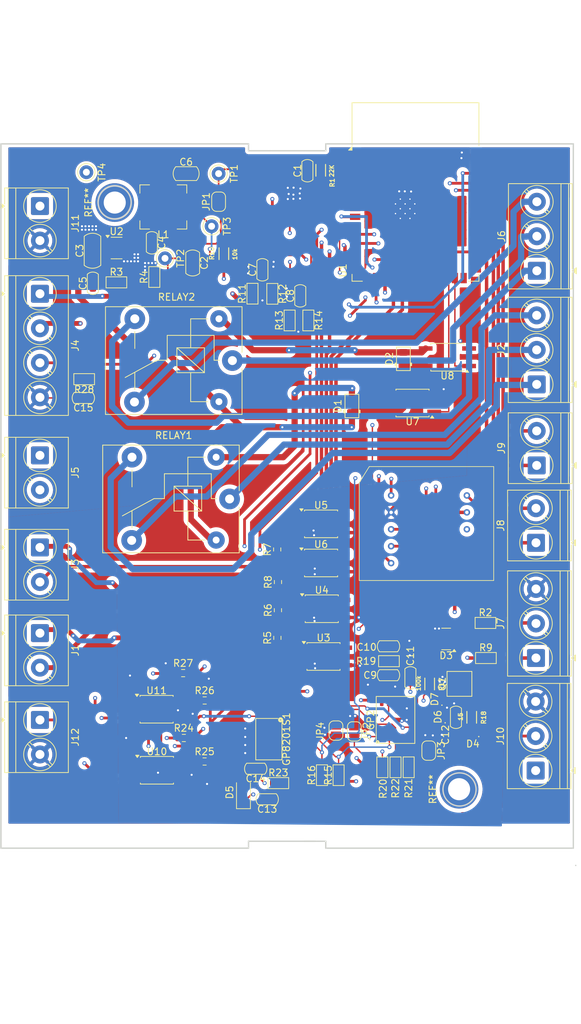
<source format=kicad_pcb>
(kicad_pcb (version 20241229) (generator "pcbnew") (generator_version "9.0")
  (layers (0 "F.Cu" signal) (4 "In1.Cu" signal) (6 "In2.Cu" signal) (2 "B.Cu" signal) (13 "F.Paste" user) (15 "B.Paste" user) (5 "F.SilkS" user "F.Silkscreen") (7 "B.SilkS" user "B.Silkscreen") (1 "F.Mask" user) (3 "B.Mask" user) (25 "Edge.Cuts" user))
  (net 0 "")
  (net 1 "GND")
  (net 2 "+3.3V")
  (net 3 "/BOARD/ANAG_0-32-IN")
  (net 4 "/BOARD/ANAG_0-10-IN")
  (net 5 "/BOARD/IN_mA-ANAG")
  (net 6 "/BOARD/RELAY1_COS")
  (net 7 "/BOARD/RELAY1_NC")
  (net 8 "/BOARD/RELAY1_NO")
  (net 9 "/BOARD/RELAY2_COS")
  (net 10 "/BOARD/RELA2_NO")
  (net 11 "/BOARD/RELAY2_NC")
  (net 12 "/BOARD/RS-485B")
  (net 13 "/BOARD/RS-485A")
  (net 14 "/BOARD/OUT_4-20mA-ANAG")
  (net 15 "/BOARD/IN_NPN2")
  (net 16 "/BOARD/IN_NPN1")
  (net 17 "/BOARD/IN-PNP2")
  (net 18 "/BOARD/IN-PNP1")
  (net 19 "/BOARD/IN_DIGITAL_1")
  (net 20 "VCC")
  (net 21 "Net-(U2-BST)")
  (net 22 "Net-(U2-SW)")
  (net 23 "Net-(R8-Pad2)")
  (net 24 "Net-(R7-Pad2)")
  (net 25 "Net-(U9-B)")
  (net 32 "Net-(R6-Pad2)")
  (net 33 "Net-(R5-Pad2)")
  (net 37 "Net-(U1-EN)")
  (net 39 "/BOARD/OUTPUT_NPN1")
  (net 41 "/BOARD/INPUT_NPN/OUTPUT_NPN1")
  (net 42 "/BOARD/INPUT_PNP/OUTPUT-PNP2")
  (net 44 "/BOARD/INPUT_NPN/OUTPUT_NPN2")
  (net 46 "/BOARD/OUTPUT-PNP1")
  (net 47 "/BOARD/OUTPUT_NPN2")
  (net 49 "Net-(U2-FB)")
  (net 50 "/BOARD/INPUT_PNP/OUTPUT-PNP1")
  (net 51 "Net-(JP1-A)")
  (net 52 "/BOARD/RS485-DRIVER/UART-IN")
  (net 53 "/BOARD/RS485-DRIVER/UART-OUT")
  (net 54 "/BOARD/OUTPUT-PNP2")
  (net 55 "Net-(D2-A)")
  (net 56 "Net-(D1-A)")
  (net 57 "/BOARD/RELAY-SETUP/ACT_RELAY2")
  (net 58 "/BOARD/RELAY-SETUP/ACT_RELAY1")
  (net 59 "Net-(U9-A)")
  (net 60 "/BOARD/RS485-DRIVER/~{TX}{slash}RX")
  (net 62 "/BOARD/~{RUN}{slash}STOP")
  (net 63 "/BOARD/VOLTAGE entrada/ANAG_0-10-OUT")
  (net 64 "/BOARD/VOLTAGE entrada/ANAG_0-32-OUT")
  (net 65 "Net-(GP2-V5V)")
  (net 66 "Net-(GP2-SET)")
  (net 67 "Net-(D4-A)")
  (net 68 "/BOARD/salida mA/SDA_OUT")
  (net 69 "Net-(GP2-A0)")
  (net 70 "i_out")
  (net 71 "Net-(GP2-A1)")
  (net 72 "Net-(GP2-A2)")
  (net 73 "/BOARD/salida mA/SCLK_OUT")
  (net 75 "/ANAG_V-OUT")
  (net 76 "Net-(D7-A2)")
  (net 77 "Net-(D6-A1)")
  (net 78 "Net-(GP8201S1-SEL)")
  (net 79 "/BOARD/ANAG_VOL-OUT")
  (net 80 "Net-(GP8201S1-V5V)")
  (net 82 "/BOARD/IN_DIGITAL_0")
  (net 83 "Net-(R24-Pad2)")
  (net 84 "/BOARD/DIG_IN/OUT_DIGITAL_0")
  (net 85 "/BOARD/DIG_IN/OUT_DIGITAL_1")
  (net 86 "Net-(R27-Pad2)")
  (footprint "PCM_Capacitor_SMD_AKL:C_0603_1608Metric" (layer "F.Cu") (at 120.896261 88.761998 180)
    (property "Reference" "C15")
    (property "Value" "100nF" (hide yes))
  )
  (footprint "PCM_Resistor_SMD_AKL:R_0603_1608Metric" (layer "F.Cu") (at 166.1652 142.2522 90)
    (property "Reference" "R22")
    (property "Value" "10k" (hide yes))
  )
  (footprint "PCM_4ms_Resistor:R_0603" (layer "F.Cu") (at 171.1182 130.1872 90)
    (property "Reference" "R17")
    (property "Value" "100k")
  )
  (footprint "Package_SO:SO-4_4.4x3.6mm_P2.54mm" (layer "F.Cu") (at 168.6286 89.4964 180)
    (property "Reference" "U7")
    (property "Value" "LTV-357TB")
  )
  (footprint "Diode_SMD:D_SMF" (layer "F.Cu") (at 144.116 145.8861 90)
    (property "Reference" "D5")
    (property "Value" "SMF24A")
  )
  (footprint "PCM_Resistor_SMD_AKL:R_0603_1608Metric" (layer "F.Cu") (at 121.0162 86.042 180)
    (property "Reference" "R28")
    (property "Value" "120" (hide yes))
  )
  (footprint "PCM_Resistor_SMD_AKL:R_0603_1608Metric" (layer "F.Cu") (at 165.2122 126.8852 180)
    (property "Reference" "R19")
    (property "Value" "2.5k" (hide yes))
  )
  (footprint "Connector_Pin:Pin_D1.0mm_L10.0mm" (layer "F.Cu") (at 139.4952 63.8932 90)
    (property "Reference" "TP3")
    (property "Value" "TestPoint")
  )
  (footprint "Inductor_SMD:L_Bourns-SRN6028" (layer "F.Cu") (at 132.497 61.0992)
    (property "Reference" "L1")
    (property "Value" "6.8uH")
  )
  (footprint "PCM_Capacitor_SMD_AKL:C_0603_1608Metric" (layer "F.Cu") (at 153.389 55.8538 90)
    (property "Reference" "C1")
    (property "Value" "1uF" (hide yes))
  )
  (footprint "Resistor_SMD:R_0603_1608Metric" (layer "F.Cu") (at 135.4698 138.0104)
    (property "Reference" "R24")
    (property "Value" "910")
  )
  (footprint "PCM_Resistor_SMD_AKL:R_0603_1608Metric" (layer "F.Cu") (at 155.4972 143.3952 90)
    (property "Reference" "R16")
    (property "Value" "4.7k" (hide yes))
  )
  (footprint "TerminalBlock_Phoenix:TerminalBlock_Phoenix_PT-1,5-2-5.0-H_1x02_P5.00mm_Horizontal" (layer "F.Cu") (at 114.6007 110.4152 -90)
    (property "Reference" "J3")
    (property "Value" "IN-PNP")
  )
  (footprint "PCM_Capacitor_SMD_AKL:C_0603_1608Metric" (layer "F.Cu") (at 165.1492 124.7262 180)
    (property "Reference" "C10")
    (property "Value" "220pF" (hide yes))
  )
  (footprint "MountingHole:MountingHole_3.2mm_M3_DIN965_Pad" (layer "F.Cu") (at 125.449 60.4642 90)
    (property "Reference" "REF**")
    (property "Value" "MountingHole_3.2mm_M3_DIN965_Pad")
  )
  (footprint "Jumper:SolderJumper-2_P1.3mm_Open_RoundedPad1.0x1.5mm" (layer "F.Cu") (at 170.9912 139.8392 -90)
    (property "Reference" "JP3")
    (property "Value" "SolderJumper_2_Open")
  )
  (footprint "PCM_4ms_Resistor:R_0603" (layer "F.Cu") (at 177.2142 135.0132 90)
    (property "Reference" "R18")
    (property "Value" "15")
  )
  (footprint "TerminalBlock_Phoenix:TerminalBlock_Phoenix_PT-1,5-3-5.0-H_1x03_P5.00mm_Horizontal" (layer "F.Cu") (at 186.663 70.3448 90)
    (property "Reference" "J6")
    (property "Value" "IN-RELAY-2")
  )
  (footprint "PCM_Resistor_SMD_AKL:R_0603_1608Metric" (layer "F.Cu") (at 148.3032 73.6822 -90)
    (property "Reference" "R12")
    (property "Value" "16k" (hide yes))
  )
  (footprint "PCM_Resistor_SMD_AKL:R_0603_1608Metric" (layer "F.Cu") (at 149.176 144.5436)
    (property "Reference" "R23")
    (property "Value" "10k" (hide yes))
  )
  (footprint "TerminalBlock_Phoenix:TerminalBlock_Phoenix_PT-1,5-2-5.0-H_1x02_P5.00mm_Horizontal" (layer "F.Cu") (at 186.536 109.7364 90)
    (property "Reference" "J8")
    (property "Value" "OUT-NPN")
  )
  (footprint "Diode_SMD:D_0201_0603Metric" (layer "F.Cu") (at 177.3772 137.8072 180)
    (property "Reference" "D4")
    (property "Value" "1N4007")
  )
  (footprint "RF_Module:ESP32-S3-WROOM-1" (layer "F.Cu") (at 169.0608 58.902)
    (property "Reference" "U1")
    (property "Value" "ESP32-S3-WROOM-1")
  )
  (footprint "Package_SO:SO-4_4.4x3.6mm_P2.54mm" (layer "F.Cu") (at 173.6832 82.867 180)
    (property "Reference" "U8")
    (property "Value" "LTV-357TB")
  )
  (footprint "Resistor_SMD:R_0603_1608Metric" (layer "F.Cu") (at 135.3682 128.6124)
    (property "Reference" "R27")
    (property "Value" "910")
  )
  (footprint "Resistor_SMD:R_0603_1608Metric" (layer "F.Cu") (at 138.4914 132.5748)
    (property "Reference" "R26")
    (property "Value" "412")
  )
  (footprint "Connector_Pin:Pin_D1.0mm_L10.0mm" (layer "F.Cu") (at 121.3342 56.07 90)
    (property "Reference" "TP4")
    (property "Value" "TestPoint")
  )
  (footprint "PCM_Resistor_SMD_AKL:R_0603_1608Metric" (layer "F.Cu") (at 157.9102 143.3952 90)
    (property "Reference" "R15")
    (property "Value" "4.7k" (hide yes))
  )
  (footprint "PCM_Capacitor_SMD_AKL:C_0603_1608Metric" (layer "F.Cu") (at 147.561 146.8836 180)
    (property "Reference" "C13")
    (property "Value" "1uF" (hide yes))
  )
  (footprint "PCM_Capacitor_SMD_AKL:C_0805_2012Metric" (layer "F.Cu") (at 136.752 69.212 -90)
    (property "Reference" "C2")
    (property "Value" "22uF" (hide yes))
  )
  (footprint "Connector_Pin:Pin_D1.0mm_L10.0mm" (layer "F.Cu") (at 140.5112 56.2732 90)
    (property "Reference" "TP1")
    (property "Value" "TestPoint")
  )
  (footprint "Package_SO:SO-4_4.4x3.6mm_P2.54mm" (layer "F.Cu") (at 131.52 133.8448)
    (property "Reference" "U11")
    (property "Value" "LTV-357TB")
  )
  (footprint "PCM_Diode_SMD_AKL:D_0805_2012Metric" (layer "F.Cu") (at 159.8406 89.9282 90)
    (property "Reference" "D1")
    (property "Value" "CD4148WS" (hide yes))
  )
  (footprint "PCM_Resistor_SMD_AKL:R_0603_1608Metric" (layer "F.Cu") (at 179.2716 126.428)
    (property "Reference" "R9")
    (property "Value" "120" (hide yes))
  )
  (footprint "Jumper:SolderJumper-2_P1.3mm_Open_RoundedPad1.0x1.5mm" (layer "F.Cu") (at 160.1962 137.0602 -90)
    (property "Reference" "JP2")
    (property "Value" "SolderJumper_2_Open")
  )
  (footprint "PCM_Resistor_SMD_AKL:R_0603_1608Metric" (layer "F.Cu") (at 131.1894 71.246 90)
    (property "Reference" "R4")
    (property "Value" "22k" (hide yes))
  )
  (footprint "PCM_Package_SO_AKL:OnSemi_Micro8" (layer "F.Cu") (at 147.801 138.1786 -90)
    (property "Reference" "GP8201S1")
    (property "Value" "~" (hide yes))
  )
  (footprint "PCM_Capacitor_SMD_AKL:C_0805_2012Metric" (layer "F.Cu") (at 135.802 56.2732)
    (property "Reference" "C6")
    (property "Value" "22uF" (hide yes))
  )
  (footprint "PCM_Diode_SMD_AKL:D_0805_2012Metric" (layer "F.Cu") (at 167.3082 83.0956 90)
    (property "Reference" "D2")
    (property "Value" "CD4148WS" (hide yes))
  )
  (footprint "TerminalBlock_Phoenix:TerminalBlock_Phoenix_PT-1,5-3-5.0-H_1x03_P5.00mm_Horizontal" (layer "F.Cu") (at 186.536 126.4242 90)
    (property "Reference" "J7")
    (property "Value" "RS485")
  )
  (footprint "PCM_Capacitor_SMD_AKL:C_0603_1608Metric" (layer "F.Cu") (at 174.9282 135.0132 90)
    (property "Reference" "C12")
    (property "Value" "0.1uF" (hide yes))
  )
  (footprint "Resistor_SMD:R_0603_1608Metric" (layer "F.Cu") (at 149.0332 123.5072 90)
    (property "Reference" "R5")
    (property "Value" "910")
  )
  (footprint "PCM_4ms_Resistor:R_0603" (layer "F.Cu") (at 155.3194 55.7906 -90)
    (property "Reference" "R1")
    (property "Value" "22K")
  )
  (footprint "Jumper:SolderJumper-2_P1.3mm_Open_RoundedPad1.0x1.5mm" (layer "F.Cu") (at 140.5112 60.3372 90)
    (property "Reference" "JP1")
    (property "Value" "SolderJumper_2_Open")
  )
  (footprint "TerminalBlock_Phoenix:TerminalBlock_Phoenix_PT-1,5-3-5.0-H_1x03_P5.00mm_Horizontal" (layer "F.Cu") (at 186.4877 142.7272 90)
    (property "Reference" "J10")
    (property "Value" "OUT-ANALOG")
  )
  (footprint "Resistor_SMD:R_0603_1608Metric" (layer "F.Cu") (at 149.008 110.7054 90)
    (property "Reference" "R7")
    (property "Value" "910")
  )
  (footprint "PCM_4ms_Resistor:R_0603" (layer "F.Cu") (at 141.2732 67.8692 -90)
    (property "Reference" "R10")
    (property "Value" "10k")
  )
  (footprint "TerminalBlock_Phoenix:TerminalBlock_Phoenix_PT-1,5-2-5.0-H_1x02_P5.00mm_Horizontal" (layer "F.Cu") (at 114.6032 122.8212 -90)
    (property "Reference" "J1")
    (property "Value" "IN-NPN")
  )
  (footprint "PCM_Resistor_SMD_AKL:R_0603_1608Metric" (layer "F.Cu") (at 164.2602 142.2522 90)
    (property "Reference" "R20")
    (property "Value" "10k" (hide yes))
  )
  (footprint "Relay_THT:Relay_SPDT_SANYOU_SRD_Series_Form_C" (layer "F.Cu") (at 142.1024 103.3902 180)
    (property "Reference" "RELAY1")
    (property "Value" "SANYOU_SRD_Form_C")
  )
  (footprint "PCM_Capacitor_SMD_AKL:C_0603_1608Metric" (layer "F.Cu") (at 122.274 72.1482 90)
    (property "Reference" "C5")
    (property "Value" "100PF" (hide yes))
  )
  (footprint "Package_SO:SO-4_4.4x3.6mm_P2.54mm" (layer "F.Cu") (at 131.5708 142.684)
    (property "Reference" "U10")
    (property "Value" "LTV-357TB")
  )
  (footprint "PCM_Resistor_SMD_AKL:R_0603_1608Metric" (layer "F.Cu") (at 145.4232 73.6622 90)
    (property "Reference" "R11")
    (property "Value" "51k" (hide yes))
  )
  (footprint "TerminalBlock_Phoenix:TerminalBlock_Phoenix_PT-1,5-4-5.0-H_1x04_P5.00mm_Horizontal" (layer "F.Cu") (at 114.6032 73.6722 -90)
    (property "Reference" "J4")
    (property "Value" "IN-ANALOG")
  )
  (footprint "PCM_Capacitor_SMD_AKL:C_1206_3216Metric" (layer "F.Cu") (at 122.2232 67.4492 90)
    (property "Reference" "C3")
    (property "Value" "10uF" (hide yes))
  )
  (footprint "PCM_Resistor_SMD_AKL:R_0603_1608Metric" (layer "F.Cu") (at 150.8082 77.5372 90)
    (property "Reference" "R13")
    (property "Value" "51k" (hide yes))
  )
  (footprint "Resistor_SMD:R_0603_1608Metric" (layer "F.Cu") (at 138.4792 141.414)
    (property "Reference" "R25")
    (property "Value" "412")
  )
  (footprint "Resistor_SMD:R_0603_1608Metric" (layer "F.Cu") (at 149.1132 119.5022 90)
    (property "Reference" "R6")
    (property "Value" "910")
  )
  (footprint "Resistor_SMD:R_0603_1608Metric" (layer "F.Cu") (at 149.1218 115.4252 90)
    (property "Reference" "R8")
    (property "Value" "910")
  )
  (footprint "TerminalBlock_Phoenix:TerminalBlock_Phoenix_PT-1,5-2-5.0-H_1x02_P5.00mm_Horizontal" (layer "F.Cu") (at 114.6032 60.9722 -90)
    (property "Reference" "J11")
    (property "Value" "POWER")
  )
  (footprint "PCM_Resistor_SMD_AKL:R_0603_1608Metric" (layer "F.Cu") (at 179.2086 121.348)
    (property "Reference" "R2")
    (property "Value" "120" (hide yes))
  )
  (footprint "PCM_Package_TO_SOT_SMD_AKL:SOT-23" (layer "F.Cu") (at 175.4362 130.1712 90)
    (property "Reference" "Q1")
    (property "Value" "AO3401A" (hide yes))
  )
  (footprint "Jumper:SolderJumper-2_P1.3mm_Open_RoundedPad1.0x1.5mm" (layer "F.Cu") (at 157.5292 136.9332 90)
    (property "Reference" "JP4")
    (property "Value" "SolderJumper_2_Open")
  )
  (footprint "Package_TO_SOT_SMD:SOT-23" (layer "F.Cu") (at 173.5081 123.6696 180)
    (property "Reference" "D3")
    (property "Value" "SM712_SOT23")
  )
  (footprint "TerminalBlock_Phoenix:TerminalBlock_Phoenix_PT-1,5-2-5.0-H_1x02_P5.00mm_Horizontal" (layer "F.Cu") (at 114.6007 97.0802 -90)
    (property "Reference" "J5")
    (property "Value" "IN-DIGITAL")
  )
  (footprint "Relay_THT:Relay_SPDT_SANYOU_SRD_Series_Form_C" (layer "F.Cu") (at 142.5088 83.3496 180)
    (property "Reference" "RELAY2")
    (property "Value" "SANYOU_SRD_Form_C")
  )
  (footprint "PCM_Resistor_SMD_AKL:R_0603_1608Metric" (layer "F.Cu") (at 168.0702 142.2522 90)
    (property "Reference" "R21")
    (property "Value" "10k" (hide yes))
  )
  (footprint "Package_TO_SOT_SMD:TSOT-23-6" (layer "F.Cu") (at 125.7132 67.0483)
    (property "Reference" "U2")
    (property "Value" "AP63200WU")
  )
  (footprint "PCM_Capacitor_SMD_AKL:C_0603_1608Metric" (layer "F.Cu") (at 165.1492 128.9172)
    (property "Reference" "C9")
    (property "Value" "1uF" (hide yes))
  )
  (footprint "TerminalBlock_Phoenix:TerminalBlock_Phoenix_PT-1,5-2-5.0-H_1x02_P5.00mm_Horizontal" (layer "F.Cu") (at 186.6376 98.535 90)
    (property "Reference" "J9")
    (property "Value" "OUT-PNP")
  )
  (footprint "PCM_Capacitor_SMD_AKL:C_0603_1608Metric" (layer "F.Cu") (at 146.8632 70.2022 90)
    (property "Reference" "C7")
    (property "Value" "100nF" (hide yes))
  )
  (footprint "TerminalBlock_Phoenix:TerminalBlock_Phoenix_PT-1,5-2-5.0-H_1x02_P5.00mm_Horizontal" (layer "F.Cu") (at 114.6032 135.3942 -90)
    (property "Reference" "J12")
    (property "Value" "IN-RUN/STOP")
  )
  (footprint "Package_SO:SO-4_4.4x3.6mm_P2.54mm" (layer "F.Cu") (at 155.3706 112.6612)
    (property "Reference" "U6")
    (property "Value" "LTV-357TB")
  )
  (footprint "Diode_SMD:D_0201_0603Metric" (layer "F.Cu") (at 173.3632 134.9497 90)
    (property "Reference" "D6")
    (property "Value" "SMF24A")
  )
  (footprint "PCM_Resistor_SMD_AKL:R_0603_1608Metric" (layer "F.Cu") (at 153.5282 77.5372 -90)
    (property "Reference" "R14")
    (property "Value" "16k" (hide yes))
  )
  (footprint "PCM_Capacitor_SMD_AKL:C_0603_1608Metric" (layer "F.Cu") (at 130.8338 66.2932 -90)
    (property "Reference" "C4")
    (property "Value" "100nF" (hide yes))
  )
  (footprint "Diode_SMD:D_0201_0603Metric" (layer "F.Cu") (at 172.8932 132.3972 90)
    (property "Reference" "D7")
    (property "Value" "SMF24A")
  )
  (footprint "TerminalBlock_Phoenix:TerminalBlock_Phoenix_PT-1,5-3-5.0-H_1x03_P5.00mm_Horizontal" (layer "F.Cu") (at 186.6376 86.8002 90)
    (property "Reference" "J2")
    (property "Value" "IN-RELAY-1")
  )
  (footprint "PCM_Capacitor_SMD_AKL:C_0603_1608Metric" (layer "F.Cu") (at 145.891 142.4636 180)
    (property "Reference" "C14")
    (property "Value" "100nF" (hide yes))
  )
  (footprint "PCM_Resistor_SMD_AKL:R_0603_1608Metric" (layer "F.Cu") (at 125.6908 72.0212)
    (property "Reference" "R3")
    (property "Value" "22k" (hide yes))
  )
  (footprint "Package_SO:SO-4_4.4x3.6mm_P2.54mm" (layer "F.Cu") (at 155.4718 119.2906)
    (property "Reference" "U4")
    (property "Value" "LTV-357TB")
  )
  (footprint "PCM_Capacitor_SMD_AKL:C_0603_1608Metric" (layer "F.Cu") (at 152.3532 73.9772 90)
    (property "Reference" "C8")
    (property "Value" "100nF" (hide yes))
  )
  (footprint "PCM_Package_SO_AKL:SSOP-10_3.9x4.9mm_P1.00mm" (layer "F.Cu") (at 166.1652 135.3942 90)
    (property "Reference" "GP2")
    (property "Value" "~" (hide yes))
  )
  (footprint "MountingHole:MountingHole_3.2mm_M3_DIN965_Pad" (layer "F.Cu") (at 175.3854 145.4272 90)
    (property "Reference" "REF**")
    (property "Value" "MountingHole_3.2mm_M3_DIN965_Pad")
  )
  (footprint "Connector_Pin:Pin_D1.0mm_L10.0mm" (layer "F.Cu") (at 132.7388 68.5414 90)
    (property "Reference" "TP2")
    (property "Value" "TestPoint")
  )
  (footprint "RSM3485ECHT:RSM3485ECHT" (layer "F.Cu") (at 170.6502 115.2022)
    (property "Reference" "U9" (hide yes))
    (property "Value" "~")
  )
  (footprint "Package_SO:SO-4_4.4x3.6mm_P2.54mm" (layer "F.Cu") (at 155.3702 106.997)
    (property "Reference" "U5")
    (property "Value" "LTV-357TB")
  )
  (footprint "Package_SO:SO-4_4.4x3.6mm_P2.54mm" (layer "F.Cu") (at 155.7258 126.2057)
    (property "Reference" "U3")
    (property "Value" "LTV-357TB")
  )
  (footprint "PCM_Capacitor_SMD_AKL:C_0603_1608Metric" (layer "F.Cu") (at 168.3242 129.2982 90)
    (property "Reference" "C11")
    (property "Value" "1uF" (hide yes))
  )
  (gr_line (start 154.499 152.9642) (end 147.949 152.9642) (stroke (width 0.2)) (layer "Edge.Cuts"))
  (gr_line (start 192.298983 156.464194) (end 192.298983 156.4642) (stroke (width 0.2)) (layer "Edge.Cuts"))
  (gr_circle (center 125.449 60.4642) (end 126.849 60.4642) (stroke (width 0.2)) (fill no) (layer "Edge.Cuts"))
  (gr_line (start 156.049 152.9642) (end 152.949 152.9642) (stroke (width 0.2)) (layer "Edge.Cuts"))
  (gr_line (start 156.049 52.9642) (end 152.949 52.9642) (stroke (width 0.2)) (layer "Edge.Cuts"))
  (gr_line (start 147.949 52.9642) (end 144.849 52.9642) (stroke (width 0.2)) (layer "Edge.Cuts"))
  (gr_line (start 152.949 52.9642) (end 147.949 52.9642) (stroke (width 0.2)) (layer "Edge.Cuts"))
  (gr_line (start 191.949 51.9642) (end 156.049 51.9642) (stroke (width 0.2)) (layer "Edge.Cuts"))
  (gr_line (start 108.949 153.9642) (end 144.849 153.9642) (stroke (width 0.2)) (layer "Edge.Cuts"))
  (gr_circle (center 175.449 145.464201) (end 176.849 145.464201) (stroke (width 0.2)) (fill no) (layer "Edge.Cuts"))
  (gr_line (start 144.849 152.9642) (end 144.849 153.9642) (stroke (width 0.2)) (layer "Edge.Cuts"))
  (gr_line (start 144.849 52.9642) (end 144.849 51.9642) (stroke (width 0.2)) (layer "Edge.Cuts"))
  (gr_line (start 156.049 153.9642) (end 191.949 153.9642) (stroke (width 0.2)) (layer "Edge.Cuts"))
  (gr_line (start 156.049 51.9642) (end 156.049 52.9642) (stroke (width 0.2)) (layer "Edge.Cuts"))
  (gr_line (start 108.949 51.9642) (end 108.949 153.9642) (stroke (width 0.2)) (layer "Edge.Cuts"))
  (gr_line (start 147.949 152.9642) (end 144.849 152.9642) (stroke (width 0.2)) (layer "Edge.Cuts"))
  (gr_circle (center 125.4232 60.4172) (end 127.8232 60.4172) (stroke (width 0.2)) (fill no) (layer "Edge.Cuts"))
  (gr_circle (center 125.449 60.4642) (end 127.849 60.4642) (stroke (width 0.2)) (fill no) (layer "Edge.Cuts"))
  (gr_line (start 144.849 51.9642) (end 108.949 51.9642) (stroke (width 0.2)) (layer "Edge.Cuts"))
  (gr_line (start 191.949 153.9642) (end 191.949 51.9642) (stroke (width 0.2)) (layer "Edge.Cuts"))
  (gr_circle (center 175.449 145.464201) (end 177.849 145.464201) (stroke (width 0.2)) (fill no) (layer "Edge.Cuts"))
  (gr_circle (center 125.4232 60.4172) (end 126.8232 60.4172) (stroke (width 0.2)) (fill no) (layer "Edge.Cuts"))
  (gr_line (start 156.049 153.9642) (end 156.049 152.9642) (stroke (width 0.2)) (layer "Edge.Cuts"))
  (gr_text "NIVARA POWER" (at 126.5 149.5 0) (layer "F.Cu") (effects (font (size 1.5 1.5) (thickness 0.3) (bold yes)) (justify left bottom)))
  (gr_text "CAMILA FERNANDEZ VARGAS" (at 169.5 150 0) (layer "F.Cu") (effects (font (size 1 1) (thickness 0.25) (bold yes)) (justify left bottom)))
  (segment (start 172.5706 123.6696) (end 172.5706 122.267) (width 0.5) (layer "F.Cu") (net 1))
  (segment (start 145.896 140.7536) (end 146.476 140.7536) (width 0.25) (layer "F.Cu") (net 1))
  (segment (start 131.5146 70.0958) (end 131.1894 70.421) (width 0.2) (layer "F.Cu") (net 1))
  (segment (start 168.1652 133.3552) (end 168.1652 132.8442) (width 0.4) (layer "F.Cu") (net 1))
  (segment (start 167.8032 133.7172) (end 168.1652 133.3552) (width 0.4) (layer "F.Cu") (net 1))
  (segment (start 171.0986 88.2264) (end 171.7786 88.2264) (width 0.75) (layer "F.Cu") (net 1))
  (segment (start 172.4644 122.1608) (end 172.4644 118.4016) (width 0.5) (layer "F.Cu") (net 1))
  (segment (start 146.786 146.8836) (end 146.786 145.6036) (width 0.25) (layer "F.Cu") (net 1))
  (segment (start 169.5 101.171863) (end 169.5 89.825) (width 0.75) (layer "F.Cu") (net 1))
  (segment (start 165.5302 105.141663) (end 169.5 101.171863) (width 0.75) (layer "F.Cu") (net 1))
  (segment (start 120.1912 86.042) (end 120.1912 88.692059) (width 0.2) (layer "F.Cu") (net 1))
  (segment (start 114.692998 88.761998) (end 114.6032 88.6722) (width 0.2) (layer "F.Cu") (net 1))
  (segment (start 174.5342 134.6322) (end 174.9282 134.2382) (width 0.2) (layer "F.Cu") (net 1))
  (segment (start 172.5706 122.267) (end 172.4644 122.1608) (width 0.5) (layer "F.Cu") (net 1))
  (segment (start 172.4644 122.1608) (end 171.9056 122.1608) (width 0.5) (layer "F.Cu") (net 1))
  (segment (start 112.6022 86.6712) (end 112.6022 67.9732) (width 0.2) (layer "F.Cu") (net 1))
  (segment (start 169.5 89.825) (end 171.0986 88.2264) (width 0.75) (layer "F.Cu") (net 1))
  (segment (start 145.896 144.7136) (end 145.896 140.7536) (width 0.25) (layer "F.Cu") (net 1))
  (segment (start 146.786 145.6036) (end 145.896 144.7136) (width 0.25) (layer "F.Cu") (net 1))
  (segment (start 114.6032 88.6722) (end 112.6022 86.6712) (width 0.2) (layer "F.Cu") (net 1))
  (segment (start 165.5302 105.3322) (end 165.5302 105.141663) (width 0.75) (layer "F.Cu") (net 1))
  (segment (start 116.1742 64.4012) (end 120.6992 64.4012) (width 0.2) (layer "F.Cu") (net 1))
  (segment (start 112.6022 67.9732) (end 114.6032 65.9722) (width 0.2) (layer "F.Cu") (net 1))
  (segment (start 173.2772 134.6322) (end 174.5342 134.6322) (width 0.2) (layer "F.Cu") (net 1))
  (segment (start 120.121261 88.761998) (end 114.692998 88.761998) (width 0.2) (layer "F.Cu") (net 1))
  (segment (start 114.6032 65.9722) (end 116.1742 64.4012) (width 0.2) (layer "F.Cu") (net 1))
  (segment (start 146.476 140.7536) (end 146.826 140.4036) (width 0.25) (layer "F.Cu") (net 1))
  (segment (start 120.1912 88.692059) (end 120.121261 88.761998) (width 0.2) (layer "F.Cu") (net 1))
  (via (at 154.5066 127.9012) (size 0.6) (drill 0.3) (layers "F.Cu" "B.Cu") (net 1))
  (via (at 154.4558 113.474) (size 0.6) (drill 0.3) (layers "F.Cu" "B.Cu") (net 1))
  (via (at 122.2232 64.4012) (size 0.6) (drill 0.3) (layers "F.Cu" "B.Cu") (net 1))
  (via (at 121.2072 64.4012) (size 0.6) (drill 0.3) (layers "F.Cu" "B.Cu") (net 1))
  (via (at 151.3824 58.3052) (size 0.6) (drill 0.3) (layers "F.Cu" "B.Cu") (net 1))
  (via (at 170.4832 137.5972) (size 0.6) (drill 0.3) (layers "F.Cu" "B.Cu") (net 1))
  (via (at 175.7232 54.0272) (size 0.6) (drill 0.3) (layers "F.Cu" "B.Cu") (net 1))
  (via (at 160.8566 120.5606) (size 0.6) (drill 0.3) (layers "F.Cu" "B.Cu") (net 1))
  (via (at 173.6332 133.6172) (size 0.6) (drill 0.3) (layers "F.Cu" "B.Cu") (net 1))
  (via (at 154.3542 120.586) (size 0.6) (drill 0.3) (layers "F.Cu" "B.Cu") (net 1))
  (via (at 132.8404 127.19) (size 0.6) (drill 0.3) (layers "F.Cu" "B.Cu") (net 1))
  (via (at 172.8732 137.5472) (size 0.6) (drill 0.3) (layers "F.Cu" "B.Cu") (net 1))
  (via (at 138.8348 144.6652) (size 0.6) (drill 0.3) (layers "F.Cu" "B.Cu") (net 1))
  (via (at 128.8272 68.9732) (size 0.6) (drill 0.3) (layers "F.Cu" "B.Cu") (net 1))
  (via (at 128.3192 68.9732) (size 0.6) (drill 0.3) (layers "F.Cu" "B.Cu") (net 1))
  (via (at 151.357 59.3212) (size 0.6) (drill 0.3) (layers "F.Cu" "B.Cu") (net 1))
  (via (at 154.4558 127.2408) (size 0.6) (drill 0.3) (layers "F.Cu" "B.Cu") (net 1))
  (via (at 134.6184 133.9972) (size 0.6) (drill 0.3) (layers "F.Cu" "B.Cu") (net 1))
  (via (at 129.8432 69.2272) (size 0.6) (drill 0.3) (layers "F.Cu" "B.Cu") (net 1))
  (via (at 144.8232 69.7572) (size 0.6) (drill 0.3) (layers "F.Cu" "B.Cu") (net 1))
  (via (at 129.8432 70.2432) (size 0.6) (drill 0.3) (layers "F.Cu" "B.Cu") (net 1))
  (via (at 122.7312 64.4012) (size 0.6) (drill 0.3) (layers "F.Cu" "B.Cu") (net 1))
  (via (at 152.3222 59.88) (size 0.6) (drill 0.3) (layers "F.Cu" "B.Cu") (net 1))
  (via (at 154.4304 121.0686) (size 0.6) (drill 0.3) (layers "F.Cu" "B.Cu") (net 1))
  (via (at 155.9332 137.5272) (size 0.6) (drill 0.3) (layers "F.Cu" "B.Cu") (net 1))
  (via (at 172.4644 122.1608) (size 0.6) (drill 0.3) (layers "F.Cu" "B.Cu") (net 1))
  (via (at 128.3192 68.4652) (size 0.6) (drill 0.3) (layers "F.Cu" "B.Cu") (net 1))
  (via (at 168.2332 126.0372) (size 0.6) (drill 0.3) (layers "F.Cu" "B.Cu") (net 1))
  (via (at 154.3542 108.648) (size 0.6) (drill 0.3) (layers "F.Cu" "B.Cu") (net 1))
  (via (at 127.3032 68.9732) (size 0.6) (drill 0.3) (layers "F.Cu" "B.Cu") (net 1))
  (via (at 127.8112 68.9732) (size 0.6) (drill 0.3) (layers "F.Cu" "B.Cu") (net 1))
  (via (at 150.3832 72.9072) (size 0.6) (drill 0.3) (layers "F.Cu" "B.Cu") (net 1))
  (via (at 121.7152 63.8932) (size 0.6) (drill 0.3) (layers "F.Cu" "B.Cu") (net 1))
  (via (at 155.8532 136.5272) (size 0.6) (drill 0.3) (layers "F.Cu" "B.Cu") (net 1))
  (via (at 175.7832 53.2172) (size 0.6) (drill 0.3) (layers "F.Cu" "B.Cu") (net 1))
  (via (at 127.1 138.0104) (size 0.6) (drill 0.3) (layers "F.Cu" "B.Cu") (net 1))
  (via (at 168.4258 58.864) (size 0.6) (drill 0.3) (layers "F.Cu" "B.Cu") (net 1))
  (via (at 167.8032 133.7172) (size 0.6) (drill 0.3) (layers "F.Cu" "B.Cu") (net 1))
  (via (at 172.9732 129.1572) (size 0.6) (drill 0.3) (layers "F.Cu" "B.Cu") (net 1))
  (via (at 121.7152 64.4012) (size 0.6) (drill 0.3) (layers "F.Cu" "B.Cu") (net 1))
  (via (at 150.6712 59.2196) (size 0.6) (drill 0.3) (layers "F.Cu" "B.Cu") (net 1))
  (via (at 128.3192 67.9572) (size 0.6) (drill 0.3) (layers "F.Cu" "B.Cu") (net 1))
  (via (at 128.8272 67.9572) (size 0.6) (drill 0.3) (layers "F.Cu" "B.Cu") (net 1))
  (via (at 126.7952 68.9732) (size 0.6) (drill 0.3) (layers "F.Cu" "B.Cu") (net 1))
  (via (at 171.9056 122.1608) (size 0.6) (drill 0.3) (layers "F.Cu" "B.Cu") (net 1))
  (via (at 174.6632 132.9972) (size 0.6) (drill 0.3) (layers "F.Cu" "B.Cu") (net 1))
  (via (at 173.1502 87.4898) (size 0.6) (drill 0.3) (layers "F.Cu" "B.Cu") (net 1))
  (via (at 171.5732 137.6372) (size 0.6) (drill 0.3) (layers "F.Cu" "B.Cu") (net 1))
  (via (at 144.372 136.6388) (size 0.6) (drill 0.3) (layers "F.Cu" "B.Cu") (net 1))
  (via (at 146.8632 74.6372) (size 0.6) (drill 0.3) (layers "F.Cu" "B.Cu") (net 1))
  (via (at 150.5442 58.3306) (size 0.6) (drill 0.3) (layers "F.Cu" "B.Cu") (net 1))
  (via (at 139.0888 129.4252) (size 0.6) (drill 0.3) (layers "F.Cu" "B.Cu") (net 1))
  (via (at 148.4532 69.7572) (size 0.6) (drill 0.3) (layers "F.Cu" "B.Cu") (net 1))
  (via (at 173.3232 129.8872) (size 0.6) (drill 0.3) (layers "F.Cu" "B.Cu") (net 1))
  (via (at 154.278 107.9622) (size 0.6) (drill 0.3) (layers "F.Cu" "B.Cu") (net 1))
  (via (at 131.7228 143.0396) (size 0.6) (drill 0.3) (layers "F.Cu" "B.Cu") (net 1))
  (via (at 136.5996 143.3444) (size 0.6) (drill 0.3) (layers "F.Cu" "B.Cu") (net 1))
  (via (at 150.4132 74.0572) (size 0.6) (drill 0.3) (layers "F.Cu" "B.Cu") (net 1))
  (via (at 128.8272 68.4652) (size 0.6) (drill 0.3) (layers "F.Cu" "B.Cu") (net 1))
  (via (at 144.7832 70.7172) (size 0.6) (drill 0.3) (layers "F.Cu" "B.Cu") (net 1))
  (via (at 166.6986 58.8386) (size 0.6) (drill 0.3) (layers "F.Cu" "B.Cu") (net 1))
  (via (at 121.2072 63.8932) (size 0.6) (drill 0.3) (layers "F.Cu" "B.Cu") (net 1))
  (via (at 152.0732 79.1672) (size 0.6) (drill 0.3) (layers "F.Cu" "B.Cu") (net 1))
  (via (at 131.3672 69.2272) (size 0.6) (drill 0.3) (layers "F.Cu" "B.Cu") (net 1))
  (via (at 127.6588 128.968) (size 0.6) (drill 0.3) (layers "F.Cu" "B.Cu") (net 1))
  (via (at 120.6992 64.4012) (size 0.6) (drill 0.3) (layers "F.Cu" "B.Cu") (net 1))
  (via (at 167.0732 135.5272) (size 0.6) (drill 0.3) (layers "F.Cu" "B.Cu") (net 1))
  (via (at 122.2232 63.8932) (size 0.6) (drill 0.3) (layers "F.Cu" "B.Cu") (net 1))
  (via (at 159.5832 134.8272) (size 0.6) (drill 0.3) (layers "F.Cu" "B.Cu") (net 1))
  (via (at 160.2932 134.8072) (size 0.6) (drill 0.3) (layers "F.Cu" "B.Cu") (net 1))
  (via (at 148.4932 69.0472) (size 0.6) (drill 0.3) (layers "F.Cu" "B.Cu") (net 1))
  (via (at 151.357 59.9308) (size 0.6) (drill 0.3) (layers "F.Cu" "B.Cu") (net 1))
  (via (at 175.5632 80.5048) (size 0.6) (drill 0.3) (layers "F.Cu" "B.Cu") (net 1))
  (via (at 120.6992 63.8932) (size 0.6) (drill 0.3) (layers "F.Cu" "B.Cu") (net 1))
  (via (at 130.8592 69.2272) (size 0.6) (drill 0.3) (layers "F.Cu" "B.Cu") (net 1))
  (via (at 129.8432 69.7352) (size 0.6) (drill 0.3) (layers "F.Cu" "B.Cu") (net 1))
  (via (at 167.7932 135.3972) (size 0.6) (drill 0.3) (layers "F.Cu" "B.Cu") (net 1))
  (via (at 144.372 139.0264) (size 0.6) (drill 0.3) (layers "F.Cu" "B.Cu") (net 1))
  (via (at 144.372 137.858) (size 0.6) (drill 0.3) (layers "F.Cu" "B.Cu") (net 1))
  (via (at 152.2714 59.1434) (size 0.6) (drill 0.3) (layers "F.Cu" "B.Cu") (net 1))
  (via (at 162.1632 130.2872) (size 0.6) (drill 0.3) (layers "F.Cu" "B.Cu") (net 1))
  (via (at 154.4558 114.2868) (size 0.6) (drill 0.3) (layers "F.Cu" "B.Cu") (net 1))
  (via (at 168.1732 123.9372) (size 0.6) (drill 0.3) (layers "F.Cu" "B.Cu") (net 1))
  (via (at 166.1132 130.5672) (size 0.6) (drill 0.3) (layers "F.Cu" "B.Cu") (net 1))
  (via (at 122.7312 63.8932) (size 0.6) (drill 0.3) (layers "F.Cu" "B.Cu") (net 1))
  (via (at 150.5442 59.9562) (size 0.6) (drill 0.3) (layers "F.Cu" "B.Cu") (net 1))
  (via (at 152.373 58.4322) (size 0.6) (drill 0.3) (layers "F.Cu" "B.Cu") (net 1))
  (via (at 136.752 134.5052) (size 0.6) (drill 0.3) (layers "F.Cu" "B.Cu") (net 1))
  (via (at 144.372 140.1948) (size 0.6) (drill 0.3) (layers "F.Cu" "B.Cu") (net 1))
  (via (at 172.5532 129.8472) (size 0.6) (drill 0.3) (layers "F.Cu" "B.Cu") (net 1))
  (via (at 130.3512 69.2272) (size 0.6) (drill 0.3) (layers "F.Cu" "B.Cu") (net 1))
  (via (at 167.5114 58.8386) (size 0.6) (drill 0.3) (layers "F.Cu" "B.Cu") (net 1))
  (via (at 161.009 127.5456) (size 0.6) (drill 0.3) (layers "F.Cu" "B.Cu") (net 1))
  (segment (start 128.5 65) (end 123.33 65) (width 0.75) (layer "B.Cu") (net 1))
  (segment (start 128.3192 67.9572) (end 128.5 67.7764) (width 0.75) (layer "B.Cu") (net 1))
  (segment (start 148.4932 69.0472) (end 148.4932 64.0068) (width 0.75) (layer "B.Cu") (net 1))
  (segment (start 148.4932 64.0068) (end 151.357 61.143) (width 0.75) (layer "B.Cu") (net 1))
  (segment (start 128.5 67.7764) (end 128.5 65) (width 0.75) (layer "B.Cu") (net 1))
  (segment (start 114.6032 140.3942) (end 116.987 138.0104) (width 0.75) (layer "B.Cu") (net 1))
  (segment (start 123.33 65) (end 122.7312 64.4012) (width 0.75) (layer "B.Cu") (net 1))
  (segment (start 116.987 138.0104) (end 127.1 138.0104) (width 0.75) (layer "B.Cu") (net 1))
  (segment (start 151.357 61.143) (end 151.357 59.9308) (width 0.75) (layer "B.Cu") (net 1))
  (segment (start 157.9742 144.2842) (end 157.9102 144.2202) (width 0.4) (layer "F.Cu") (net 2))
  (segment (start 148.3032 61.3844) (end 142.6684 67.0192) (width 0.4) (layer "F.Cu") (net 2))
  (segment (start 165.5302 102.8822) (end 165.5302 100.4946) (width 0.4) (layer "F.Cu") (net 2))
  (segment (start 155.3194 54.9406) (end 160.2822 54.9406) (width 0.5) (layer "F.Cu") (net 2))
  (segment (start 148.3032 59.9472) (end 148.3032 61.3844) (width 0.4) (layer "F.Cu") (net 2))
  (segment (start 139.3042 135.826) (end 143.8762 131.254) (width 0.4) (layer "F.Cu") (net 2))
  (segment (start 143.8762 131.254) (end 153.3636 131.254) (width 0.4) (layer "F.Cu") (net 2))
  (segment (start 140.5112 56.2732) (end 141.1472 55.6372) (width 0.25) (layer "F.Cu") (net 2))
  (segment (start 141.1472 55.6372) (end 152.8306 55.6372) (width 0.25) (layer "F.Cu") (net 2))
  (segment (start 152.8306 55.6372) (end 153.389 55.0788) (width 0.25) (layer "F.Cu") (net 2))
  (segment (start 139.3042 135.826) (end 139.3042 132.587) (width 0.4) (layer "F.Cu") (net 2))
  (segment (start 160.2822 54.9406) (end 160.3108 54.912) (width 0.2) (layer "F.Cu") (net 2))
  (segment (start 160.4502 144.2842) (end 157.9742 144.2842) (width 0.4) (layer "F.Cu") (net 2))
  (segment (start 155.1812 55.0788) (end 155.3194 54.9406) (width 0.2) (layer "F.Cu") (net 2))
  (segment (start 155.4972 144.2202) (end 157.9102 144.2202) (width 0.2) (layer "F.Cu") (net 2))
  (segment (start 153.389 55.0788) (end 155.1812 55.0788) (width 0.2) (layer "F.Cu") (net 2))
  (segment (start 139.3042 132.587) (end 139.3164 132.5748) (width 0.4) (layer "F.Cu") (net 2))
  (segment (start 140.5112 59.6872) (end 140.5112 56.2732) (width 0.25) (layer "F.Cu") (net 2))
  (segment (start 165.5302 100.4946) (end 165.5556 100.4692) (width 0.4) (layer "F.Cu") (net 2))
  (segment (start 139.3042 141.414) (end 139.3042 135.826) (width 0.4) (layer "F.Cu") (net 2))
  (segment (start 142.6684 67.0192) (end 141.2732 67.0192) (width 0.4) (layer "F.Cu") (net 2))
  (via (at 160.4502 144.2842) (size 0.6) (drill 0.3) (layers "F.Cu" "B.Cu") (net 2))
  (via (at 153.3636 131.254) (size 0.6) (drill 0.3) (layers "F.Cu" "B.Cu") (net 2))
  (via (at 148.3032 59.9472) (size 0.6) (drill 0.3) (layers "F.Cu" "B.Cu") (net 2))
  (via (at 165.5556 100.4692) (size 0.6) (drill 0.3) (layers "F.Cu" "B.Cu") (net 2))
  (segment (start 123.6632 74.0372) (end 123.6432 74.0172) (width 0.7) (layer "F.Cu") (net 3))
  (segment (start 145.0882 78.3622) (end 140.7632 74.0372) (width 0.7) (layer "F.Cu") (net 3))
  (segment (start 150.8082 78.3622) (end 145.0882 78.3622) (width 0.7) (layer "F.Cu") (net 3))
  (segment (start 140.7632 74.0372) (end 123.6632 74.0372) (width 0.7) (layer "F.Cu") (net 3))
  (via (at 123.6432 74.0172) (size 0.6) (drill 0.3) (layers "F.Cu" "B.Cu") (net 3))
  (segment (start 123.5932 74.0672) (end 114.9982 74.0672) (width 0.7) (layer "B.Cu") (net 3))
  (segment (start 114.9982 74.0672) (end 114.6032 73.6722) (width 0.7) (layer "B.Cu") (net 3))
  (segment (start 123.6432 74.0172) (end 123.5932 74.0672) (width 0.7) (layer "B.Cu") (net 3))
  (segment (start 145.4232 74.4872) (end 143.3632 74.4872) (width 0.7) (layer "F.Cu") (net 4))
  (segment (start 120.4632 77.9672) (end 115.3082 77.9672) (width 0.7) (layer "F.Cu") (net 4))
  (segment (start 115.3082 77.9672) (end 114.6032 78.6722) (width 0.7) (layer "F.Cu") (net 4))
  (segment (start 143.3632 74.4872) (end 142.5332 73.6572) (width 0.7) (layer "F.Cu") (net 4))
  (via (at 120.4632 77.9672) (size 0.6) (drill 0.3) (layers "F.Cu" "B.Cu") (net 4))
  (via (at 142.5332 73.6572) (size 0.6) (drill 0.3) (layers "F.Cu" "B.Cu") (net 4))
  (segment (start 121.671261 88.761998) (end 121.671261 86.211939) (width 0.4) (layer "F.Cu") (net 5))
  (segment (start 119.259 83.6722) (end 114.6032 83.6722) (width 0.4) (layer "F.Cu") (net 5))
  (segment (start 121.8412 83.882) (end 121.2072 83.248) (width 0.4) (layer "F.Cu") (net 5))
  (segment (start 121.8412 83.882) (end 129.9204 83.882) (width 0.4) (layer "F.Cu") (net 5))
  (segment (start 121.671261 86.211939) (end 121.8412 86.042) (width 0.4) (layer "F.Cu") (net 5))
  (segment (start 129.9204 83.882) (end 131.164 82.6384) (width 0.4) (layer "F.Cu") (net 5))
  (segment (start 175.9188 56.2224) (end 177.7704 56.2224) (width 0.4) (layer "F.Cu") (net 5))
  (segment (start 177.7704 56.2224) (end 177.8108 56.182) (width 0.4) (layer "F.Cu") (net 5))
  (segment (start 121.8412 86.042) (end 121.8412 83.882) (width 0.4) (layer "F.Cu") (net 5))
  (segment (start 119.6832 83.248) (end 119.259 83.6722) (width 0.4) (layer "F.Cu") (net 5))
  (segment (start 121.2072 83.248) (end 119.6832 83.248) (width 0.4) (layer "F.Cu") (net 5))
  (via (at 131.164 82.6384) (size 0.6) (drill 0.3) (layers "F.Cu" "B.Cu") (net 5))
  (via (at 175.9188 56.2224) (size 0.6) (drill 0.3) (layers "F.Cu" "B.Cu") (net 5))
  (via (at 159.4088 75.2216) (size 0.6) (drill 0.3) (layers "F.Cu" "B.Cu") (net 5))
  (segment (start 173.7344 73.6468) (end 175.9188 71.4624) (width 0.4) (layer "B.Cu") (net 5))
  (segment (start 159.4088 75.2216) (end 159.805 75.6178) (width 0.4) (layer "B.Cu") (net 5))
  (segment (start 171.7634 75.6178) (end 173.7344 73.6468) (width 0.4) (layer "B.Cu") (net 5))
  (segment (start 159.805 75.6178) (end 171.7634 75.6178) (width 0.4) (layer "B.Cu") (net 5))
  (segment (start 175.9188 71.4624) (end 175.9188 56.2224) (width 0.4) (layer "B.Cu") (net 5))
  (segment (start 173.9708 95.2036) (end 173.9708 95.1528) (width 0.9) (layer "B.Cu") (net 6))
  (segment (start 179.7288 87.336249) (end 179.7288 86.424151) (width 0.9) (layer "B.Cu") (net 6))
  (segment (start 142.1024 103.3902) (end 149.9764 95.5162) (width 0.9) (layer "B.Cu") (net 6))
  (segment (start 179.7288 89.445598) (end 179.7288 88.9884) (width 0.9) (layer "B.Cu") (net 6))
  (segment (start 179.7288 81.8764) (end 179.805 81.8002) (width 0.9) (layer "B.Cu") (net 6))
  (segment (start 173.6582 95.5162) (end 173.9708 95.2036) (width 0.9) (layer "B.Cu") (net 6))
  (segment (start 179.7288 86.424151) (end 179.7288 81.8764) (width 0.9) (layer "B.Cu") (net 6))
  (segment (start 179.805 81.8002) (end 186.6376 81.8002) (width 0.9) (layer "B.Cu") (net 6))
  (segment (start 179.5256 89.6488) (end 179.7288 89.445598) (width 0.9) (layer "B.Cu") (net 6))
  (segment (start 179.7288 88.9884) (end 179.7288 88.533501) (width 0.9) (layer "B.Cu") (net 6))
  (segment (start 173.9708 95.1528) (end 179.4748 89.6488) (width 0.9) (layer "B.Cu") (net 6))
  (segment (start 179.4748 89.6488) (end 179.5256 89.6488) (width 0.9) (layer "B.Cu") (net 6))
  (segment (start 179.7288 88.533501) (end 179.7288 87.336249) (width 0.9) (layer "B.Cu") (net 6))
  (segment (start 149.9764 95.5162) (end 173.6582 95.5162) (width 0.9) (layer "B.Cu") (net 6))
  (segment (start 178.6366 81.25915) (end 178.6366 78.7522) (width 0.9) (layer "B.Cu") (net 7))
  (segment (start 173.2938 94.1026) (end 178.6278 88.7686) (width 0.9) (layer "B.Cu") (net 7))
  (segment (start 180.5886 76.8002) (end 186.6376 76.8002) (width 0.9) (layer "B.Cu") (net 7))
  (segment (start 127.9024 109.3902) (end 134.258 103.0346) (width 0.9) (layer "B.Cu") (net 7))
  (segment (start 138.784 103.0346) (end 147.716 94.1026) (width 0.9) (layer "B.Cu") (net 7))
  (segment (start 178.6366 78.7522) (end 180.5886 76.8002) (width 0.9) (layer "B.Cu") (net 7))
  (segment (start 178.6278 88.7686) (end 178.6278 81.26795) (width 0.9) (layer "B.Cu") (net 7))
  (segment (start 178.6278 81.267951) (end 178.6366 81.25915) (width 0.9) (layer "B.Cu") (net 7))
  (segment (start 147.716 94.1026) (end 173.2938 94.1026) (width 0.9) (layer "B.Cu") (net 7))
  (segment (start 134.258 103.0346) (end 138.784 103.0346) (width 0.9) (layer "B.Cu") (net 7))
  (segment (start 178.6278 81.26795) (end 178.6278 81.267951) (width 0.9) (layer "B.Cu") (net 7))
  (segment (start 174.11425 96.6172) (end 174.114249 96.6172) (width 0.9) (layer "B.Cu") (net 8))
  (segment (start 173.99605 96.7354) (end 180.8298 89.90165) (width 0.9) (layer "B.Cu") (net 8))
  (segment (start 124.8648 100.4278) (end 124.8648 110.3498) (width 0.9) (layer "B.Cu") (net 8))
  (segment (start 180.8298 89.901648) (end 180.829801 88.98955) (width 0.9) (layer "B.Cu") (net 8))
  (segment (start 174.0304 96.6172) (end 174.11425 96.6172) (width 0.9) (layer "B.Cu") (net 8))
  (segment (start 179.981654 90.749798) (end 180.120991 90.61046) (width 0.9) (layer "B.Cu") (net 8))
  (segment (start 180.120991 90.61046) (end 180.18485 90.546601) (width 0.9) (layer "B.Cu") (net 8))
  (segment (start 128.0652 113.5502) (end 142.6194 113.5502) (width 0.9) (layer "B.Cu") (net 8))
  (segment (start 173.9122 96.7354) (end 174.0304 96.6172) (width 0.9) (layer "B.Cu") (net 8))
  (segment (start 175.0718 95.659649) (end 175.0718 95.65965) (width 0.9) (layer "B.Cu") (net 8))
  (segment (start 145.2356 108.5464) (end 157.0466 96.7354) (width 0.9) (layer "B.Cu") (net 8))
  (segment (start 186.5576 86.8802) (end 186.6376 86.8002) (width 0.9) (layer "B.Cu") (net 8))
  (segment (start 180.829801 89.90165) (end 180.8298 89.901648) (width 0.9) (layer "B.Cu") (net 8))
  (segment (start 179.981652 90.749798) (end 179.981654 90.749798) (width 0.9) (layer "B.Cu") (net 8))
  (segment (start 180.18485 90.546601) (end 180.184849 90.546601) (width 0.9) (layer "B.Cu") (net 8))
  (segment (start 180.8298 89.90165) (end 180.829801 89.90165) (width 0.9) (layer "B.Cu") (net 8))
  (segment (start 179.98165 90.7498) (end 179.981652 90.749798) (width 0.9) (layer "B.Cu") (net 8))
  (segment (start 180.8298 89.90165) (end 180.8298 88.582) (width 0.9) (layer "B.Cu") (net 8))
  (segment (start 174.11425 96.6172) (end 174.426849 96.3046) (width 0.9) (layer "B.Cu") (net 8))
  (segment (start 180.8298 88.989549) (end 180.8298 86.8802) (width 0.9) (layer "B.Cu") (net 8))
  (segment (start 142.6194 113.5502) (end 145.2356 110.934) (width 0.9) (layer "B.Cu") (net 8))
  (segment (start 174.426849 96.3046) (end 175.0718 95.659649) (width 0.9) (layer "B.Cu") (net 8))
  (segment (start 180.18485 90.546601) (end 180.8298 89.90165) (width 0.9) (layer "B.Cu") (net 8))
  (segment (start 127.9524 97.3402) (end 124.8648 100.4278) (width 0.9) (layer "B.Cu") (net 8))
  (segment (start 124.8648 110.3498) (end 128.0652 113.5502) (width 0.9) (layer "B.Cu") (net 8))
  (segment (start 145.2356 110.934) (end 145.2356 108.5464) (width 0.9) (layer "B.Cu") (net 8))
  (segment (start 157.0466 96.7354) (end 173.9122 96.7354) (width 0.9) (layer "B.Cu") (net 8))
  (segment (start 179.98165 90.7498) (end 179.981649 90.7498) (width 0.9) (layer "B.Cu") (net 8))
  (segment (start 180.829801 88.98955) (end 180.8298 88.989549) (width 0.9) (layer "B.Cu") (net 8))
  (segment (start 173.074 96.7354) (end 173.99605 96.7354) (width 0.9) (layer "B.Cu") (net 8))
  (segment (start 180.8298 86.8802) (end 186.5576 86.8802) (width 0.9) (layer "B.Cu") (net 8))
  (segment (start 174.5218 78.7014) (end 184.377 68.8462) (width 0.9) (layer "B.Cu") (net 9))
  (segment (start 174.5218 83.2226) (end 174.5218 78.7014) (width 0.9) (layer "B.Cu") (net 9))
  (segment (start 184.377 68.8462) (end 184.377 65.3918) (width 0.9) (layer "B.Cu") (net 9))
  (segment (start 185.1644 65.3918) (end 185.2114 65.3448) (width 0.9) (layer "B.Cu") (net 9))
  (segment (start 174.3948 83.3496) (end 174.5218 83.2226) (width 0.9) (layer "B.Cu") (net 9))
  (segment (start 185.2114 65.3448) (end 186.663 65.3448) (width 0.9) (layer "B.Cu") (net 9))
  (segment (start 184.377 65.3918) (end 185.1644 65.3918) (width 0.9) (layer "B.Cu") (net 9))
  (segment (start 142.5088 83.3496) (end 174.3948 83.3496) (width 0.9) (layer "B.Cu") (net 9))
  (segment (start 125.068 89.979) (end 127.4302 92.3412) (width 0.9) (layer "B.Cu") (net 10))
  (segment (start 141.17082 91.376) (end 174.1154 91.376) (width 0.9) (layer "B.Cu") (net 10))
  (segment (start 184.9104 70.3448) (end 186.663 70.3448) (width 0.9) (layer "B.Cu") (net 10))
  (segment (start 127.4302 92.3412) (end 140.20562 92.3412) (width 0.9) (layer "B.Cu") (net 10))
  (segment (start 174.1154 91.376) (end 176.8332 88.6582) (width 0.9) (layer "B.Cu") (net 10))
  (segment (start 140.20562 92.3412) (end 141.17082 91.376) (width 0.9) (layer "B.Cu") (net 10))
  (segment (start 176.8332 78.422) (end 184.9104 70.3448) (width 0.9) (layer "B.Cu") (net 10))
  (segment (start 125.068 80.5904) (end 125.068 89.979) (width 0.9) (layer "B.Cu") (net 10))
  (segment (start 176.8332 88.6582) (end 176.8332 78.422) (width 0.9) (layer "B.Cu") (net 10))
  (segment (start 128.3588 77.2996) (end 125.068 80.5904) (width 0.9) (layer "B.Cu") (net 10))
  (segment (start 136.9552 83.7052) (end 139.9104 80.75) (width 0.9) (layer "B.Cu") (net 11))
  (segment (start 169.222 80.75) (end 183.276 66.696) (width 0.9) (layer "B.Cu") (net 11))
  (segment (start 184.725 60.3448) (end 186.663 60.3448) (width 0.9) (layer "B.Cu") (net 11))
  (segment (start 139.9104 80.75) (end 169.222 80.75) (width 0.9) (layer "B.Cu") (net 11))
  (segment (start 183.276 66.696) (end 183.276 61.7938) (width 0.9) (layer "B.Cu") (net 11))
  (segment (start 128.3088 89.3496) (end 133.9532 83.7052) (width 0.9) (layer "B.Cu") (net 11))
  (segment (start 183.276 61.7938) (end 184.725 60.3448) (width 0.9) (layer "B.Cu") (net 11))
  (segment (start 133.9532 83.7052) (end 136.9552 83.7052) (width 0.9) (layer "B.Cu") (net 11))
  (segment (start 178.662 122.7196) (end 180.0336 121.348) (width 0.5) (layer "F.Cu") (net 12))
  (segment (start 174.4456 122.7196) (end 178.662 122.7196) (width 0.5) (layer "F.Cu") (net 12))
  (segment (start 180.0336 121.348) (end 186.4598 121.348) (width 0.5) (layer "F.Cu") (net 12))
  (segment (start 186.4598 121.348) (end 186.536 121.4242) (width 0.5) (layer "F.Cu") (net 12))
  (segment (start 180.0966 126.428) (end 186.5322 126.428) (width 0.5) (layer "F.Cu") (net 13))
  (segment (start 178.2882 124.6196) (end 180.0966 126.428) (width 0.5) (layer "F.Cu") (net 13))
  (segment (start 174.4456 124.6196) (end 178.2882 124.6196) (width 0.5) (layer "F.Cu") (net 13))
  (segment (start 186.5322 126.428) (end 186.536 126.4242) (width 0.5) (layer "F.Cu") (net 13))
  (segment (start 177.7772 137.7272) (end 177.6972 137.8072) (width 0.4) (layer "F.Cu") (net 14))
  (segment (start 186.4877 137.7272) (end 177.7772 137.7272) (width 0.4) (layer "F.Cu") (net 14))
  (segment (start 114.3746 127.8452) (end 114.3798 127.8504) (width 0.7) (layer "F.Cu") (net 15))
  (segment (start 124.007835 120.3272) (end 149.1132 120.3272) (width 0.7) (layer "F.Cu") (net 15))
  (segment (start 114.6032 127.8212) (end 116.513835 127.8212) (width 0.7) (layer "F.Cu") (net 15))
  (segment (start 116.513835 127.8212) (end 124.007835 120.3272) (width 0.7) (layer "F.Cu") (net 15))
  (segment (start 119.4292 123.2022) (end 118.5402 122.3132) (width 0.7) (layer "F.Cu") (net 16))
  (segment (start 125.3728 123.5072) (end 148.2082 123.5072) (width 0.7) (layer "F.Cu") (net 16))
  (segment (start 118.5402 122.3132) (end 115.1112 122.3132) (width 0.7) (layer "F.Cu") (net 16))
  (segment (start 148.2082 123.5072) (end 149.0332 124.3322) (width 0.7) (layer "F.Cu") (net 16))
  (segment (start 115.1112 122.3132) (end 114.6032 122.8212) (width 0.7) (layer "F.Cu") (net 16))
  (via (at 119.4292 123.2022) (size 0.6) (drill 0.3) (layers "F.Cu" "B.Cu") (net 16))
  (via (at 125.3728 123.5072) (size 0.6) (drill 0.3) (layers "F.Cu" "B.Cu") (net 16))
  (segment (start 120.1658 123.9388) (end 119.4292 123.2022) (width 0.7) (layer "B.Cu") (net 16))
  (segment (start 124.9412 123.9388) (end 120.1658 123.9388) (width 0.7) (layer "B.Cu") (net 16))
  (segment (start 125.3728 123.5072) (end 124.9412 123.9388) (width 0.7) (layer "B.Cu") (net 16))
  (segment (start 145.6912 113.1972) (end 147.358 111.5304) (width 0.5) (layer "F.Cu") (net 17))
  (segment (start 116.8187 113.1972) (end 145.6912 113.1972) (width 0.5) (layer "F.Cu") (net 17))
  (segment (start 147.358 111.5304) (end 149.008 111.5304) (width 0.5) (layer "F.Cu") (net 17))
  (segment (start 114.6007 115.4152) (end 116.8187 113.1972) (width 0.5) (layer "F.Cu") (net 17))
  (segment (start 114.7677 110.2482) (end 114.6007 110.4152) (width 0.7) (layer "F.Cu") (net 18))
  (segment (start 125.1188 115.506) (end 125.86 116.2472) (width 0.7) (layer "F.Cu") (net 18))
  (segment (start 149.1188 116.2472) (end 149.1218 116.2502) (width 0.7) (layer "F.Cu") (net 18))
  (segment (start 125.86 116.2472) (end 149.1188 116.2472) (width 0.7) (layer "F.Cu") (net 18))
  (segment (start 118.9212 110.6292) (end 118.5402 110.2482) (width 0.7) (layer "F.Cu") (net 18))
  (segment (start 118.5402 110.2482) (end 114.7677 110.2482) (width 0.7) (layer "F.Cu") (net 18))
  (via (at 125.1188 115.506) (size 0.6) (drill 0.3) (layers "F.Cu" "B.Cu") (net 18))
  (via (at 118.9212 110.6292) (size 0.6) (drill 0.3) (layers "F.Cu" "B.Cu") (net 18))
  (segment (start 122.782 115.506) (end 118.9212 111.6452) (width 0.7) (layer "B.Cu") (net 18))
  (segment (start 118.9212 111.6452) (end 118.9212 110.6292) (width 0.7) (layer "B.Cu") (net 18))
  (segment (start 125.1188 115.506) (end 122.782 115.506) (width 0.7) (layer "B.Cu") (net 18))
  (segment (start 128.37 135.1148) (end 123.544 135.1148) (width 0.4) (layer "F.Cu") (net 19))
  (via (at 123.544 135.1148) (size 0.6) (drill 0.3) (layers "F.Cu" "B.Cu") (net 19))
  (segment (start 137.7944 134.8608) (end 138.3776 134.8608) (width 0.4) (layer "F.Cu") (net 20))
  (segment (start 127.6842 80.9112) (end 122.9852 76.2122) (width 0.9) (layer "F.Cu") (net 20))
  (segment (start 131.773 80.9112) (end 127.6842 80.9112) (width 0.9) (layer "F.Cu") (net 20))
  (segment (start 134.6448 138.0104) (end 137.7944 134.8608) (width 0.4) (layer "F.Cu") (net 20))
  (segment (start 146.15 134.8608) (end 146.826 134.1848) (width 0.2) (layer "F.Cu") (net 20))
  (segment (start 166.724 90.7664) (end 165.4786 90.7664) (width 0.9) (layer "F.Cu") (net 20))
  (segment (start 120.1658 70.0908) (end 121.3324 68.9242) (width 0.9) (layer "F.Cu") (net 20))
  (segment (start 134.4924 128.6632) (end 134.5432 128.6124) (width 0.4) (layer "F.Cu") (net 20))
  (segment (start 149.9092 133.3672) (end 161.6932 133.3672) (width 0.2) (layer "F.Cu") (net 20))
  (segment (start 171.1182 135.7752) (end 168.8322 135.7752) (width 0.2) (layer "F.Cu") (net 20))
  (segment (start 159.8406 90.8657) (end 159.9399 90.7664) (width 0.9) (layer "F.Cu") (net 20))
  (segment (start 159.8406 92.9762) (end 159.8152 93.0016) (width 0.9) (layer "F.Cu") (net 20))
  (segment (start 134.6448 138.0104) (end 132.9928 138.0104) (width 0.4) (layer "F.Cu") (net 20))
  (segment (start 168.8322 135.7752) (end 168.1652 136.4422) (width 0.2) (layer "F.Cu") (net 20))
  (segment (start 146.826 134.1848) (end 147.6436 133.3672) (width 0.2) (layer "F.Cu") (net 20))
  (segment (start 136.4726 106.3462) (end 140.127 110.0006) (width 0.9) (layer "F.Cu") (net 20))
  (segment (start 122.3502 76.2122) (end 120.1658 74.0278) (width 0.9) (layer "F.Cu") (net 20))
  (segment (start 168.1652 136.4422) (end 167.2882 136.4422) (width 0.2) (layer "F.Cu") (net 20))
  (segment (start 167.3082 84.0331) (end 167.3082 90.1822) (width 0.9) (layer "F.Cu") (net 20))
  (segment (start 149.8032 133.3672) (end 149.9092 133.3672) (width 0.2) (layer "F.Cu") (net 20))
  (segment (start 143.8634 93.0016) (end 131.773 80.9112) (width 0.9) (layer "F.Cu") (net 20))
  (segment (start 170.4293 84.0331) (end 170.5332 84.137) (width 0.9) (layer "F.Cu") (net 20))
  (segment (start 171.5622 132.7272) (end 171.3402 132.9492) (width 0.2) (layer "F.Cu") (net 20))
  (segment (start 161.6932 133.3672) (end 162.0932 133.7672) (width 0.2) (layer "F.Cu") (net 20))
  (segment (start 167.3082 84.0331) (end 170.4293 84.0331) (width 0.9) (layer "F.Cu") (net 20))
  (segment (start 147.6436 133.3672) (end 149.9092 133.3672) (width 0.2) (layer "F.Cu") (net 20))
  (segment (start 120.1658 74.0278) (end 120.1658 70.0908) (width 0.9) (layer "F.Cu") (net 20))
  (segment (start 159.9399 90.7664) (end 165.4786 90.7664) (width 0.9) (layer "F.Cu") (net 20))
  (segment (start 159.8406 90.8657) (end 159.8406 92.9762) (width 0.9) (layer "F.Cu") (net 20))
  (segment (start 171.3402 135.5532) (end 171.1182 135.7752) (width 0.2) (layer "F.Cu") (net 20))
  (segment (start 122.9852 76.2122) (end 122.3502 76.2122) (width 0.9) (layer "F.Cu") (net 20))
  (segment (start 149.7568 93.0016) (end 140.9684 93.0016) (width 0.9) (layer "F.Cu") (net 20))
  (segment (start 168.1652 136.4422) (end 168.1652 137.9442) (width 0.2) (layer "F.Cu") (net 20))
  (segment (start 167.2882 136.4422) (end 167.2032 136.5272) (width 0.2) (layer "F.Cu") (net 20))
  (segment (start 140.9684 93.0016) (end 136.4726 97.4974) (width 0.9) (layer "F.Cu") (net 20))
  (segment (start 172.8962 132.7272) (end 171.5622 132.7272) (width 0.2) (layer "F.Cu") (net 20))
  (segment (start 144.9308 134.8608) (end 146.15 134.8608) (width 0.2) (layer "F.Cu") (net 20))
  (segment (start 149.7568 93.0016) (end 143.8634 93.0016) (width 0.9) (layer "F.Cu") (net 20))
  (segment (start 121.3324 68.9242) (end 122.2232 68.9242) (width 0.9) (layer "F.Cu") (net 20))
  (segment (start 167.3082 90.1822) (end 166.724 90.7664) (width 0.9) (layer "F.Cu") (net 20))
  (segment (start 131.0116 128.6632) (end 134.4924 128.6632) (width 0.4) (layer "F.Cu") (net 20))
  (segment (start 171.3402 132.9492) (end 171.3402 135.5532) (width 0.2) (layer "F.Cu") (net 20))
  (segment (start 136.4726 97.4974) (end 136.4726 106.3462) (width 0.9) (layer "F.Cu") (net 20))
  (segment (start 146.826 135.9536) (end 146.826 134.1848) (width 0.2) (layer "F.Cu") (net 20))
  (via (at 159.8152 93.0016) (size 0.6) (drill 0.3) (layers "F.Cu" "B.Cu") (net 20))
  (via (at 149.7568 93.0016) (size 0.6) (drill 0.3) (layers "F.Cu" "B.Cu") (net 20))
  (via (at 144.9308 134.8608) (size 0.6) (drill 0.3) (layers "F.Cu" "B.Cu") (net 20))
  (via (at 132.9928 138.0104) (size 0.6) (drill 0.3) (layers "F.Cu" "B.Cu") (net 20))
  (via (at 138.3776 134.8608) (size 0.6) (drill 0.3) (layers "F.Cu" "B.Cu") (net 20))
  (via (at 167.2032 136.5272) (size 0.6) (drill 0.3) (layers "F.Cu" "B.Cu") (net 20))
  (via (at 162.0932 133.7672) (size 0.6) (drill 0.3) (layers "F.Cu" "B.Cu") (net 20))
  (via (at 131.0116 128.6632) (size 0.6) (drill 0.3) (layers "F.Cu" "B.Cu") (net 20))
  (segment (start 162.0932 133.7672) (end 161.9832 133.7672) (width 0.2) (layer "B.Cu") (net 20))
  (segment (start 164.4432 133.7672) (end 162.0932 133.7672) (width 0.4) (layer "B.Cu") (net 20))
  (segment (start 159.8152 93.0016) (end 149.7568 93.0016) (width 0.9) (layer "B.Cu") (net 20))
  (segment (start 138.3776 134.8608) (end 144.9308 134.8608) (width 0.4) (layer "B.Cu") (net 20))
  (segment (start 167.2032 136.5272) (end 164.4432 133.7672) (width 0.4) (layer "B.Cu") (net 20))
  (segment (start 144.9308 134.8608) (end 144.9816 134.8608) (width 0.4) (layer "B.Cu") (net 20))
  (segment (start 126.8507 66.0983) (end 128.2731 66.0983) (width 0.25) (layer "F.Cu") (net 21))
  (segment (start 128.8532 65.5182) (end 130.8338 65.5182) (width 0.25) (layer "F.Cu") (net 21))
  (segment (start 128.2731 66.0983) (end 128.8532 65.5182) (width 0.25) (layer "F.Cu") (net 21))
  (segment (start 130.5798 61.0992) (end 130.147 61.0992) (width 0.2) (layer "F.Cu") (net 22))
  (segment (start 130.8139 67.0483) (end 130.8338 67.0682) (width 0.25) (layer "F.Cu") (net 22))
  (segment (start 130.7322 61.0992) (end 130.147 61.0992) (width 0.25) (layer "F.Cu") (net 22))
  (segment (start 132.2562 62.6232) (end 130.7322 61.0992) (width 0.25) (layer "F.Cu") (net 22))
  (segment (start 130.8338 67.0682) (end 131.7482 67.0682) (width 0.25) (layer "F.Cu") (net 22))
  (segment (start 126.8507 67.0483) (end 130.8139 67.0483) (width 0.25) (layer "F.Cu") (net 22))
  (segment (start 132.2562 66.5602) (end 132.2562 62.6232) (width 0.25) (layer "F.Cu") (net 22))
  (segment (start 131.7482 67.0682) (end 132.2562 66.5602) (width 0.25) (layer "F.Cu") (net 22))
  (segment (start 130.147 62.5734) (end 130.147 61.0992) (width 0.2) (layer "F.Cu") (net 22))
  (segment (start 149.1218 114.6002) (end 152.2206 111.5014) (width 0.5) (layer "F.Cu") (net 23))
  (segment (start 152.2206 111.5014) (end 152.2206 111.3912) (width 0.5) (layer "F.Cu") (net 23))
  (segment (start 149.008 109.8804) (end 149.833 109.0554) (width 0.5) (layer "F.Cu") (net 24))
  (segment (start 149.833 109.0554) (end 149.833 108.1142) (width 0.5) (layer "F.Cu") (net 24))
  (segment (start 149.833 108.1142) (end 152.2202 105.727) (width 0.5) (layer "F.Cu") (net 24))
  (segment (start 176.5102 102.8822) (end 178.3836 104.7556) (width 0.4) (layer "F.Cu") (net 25))
  (segment (start 178.3836 104.7556) (end 178.3836 121.348) (width 0.4) (layer "F.Cu") (net 25))
  (segment (start 149.1132 118.6772) (end 149.147 118.6434) (width 0.5) (layer "F.Cu") (net 32))
  (segment (start 149.147 118.6434) (end 150.0293 118.6434) (width 0.5) (layer "F.Cu") (net 32))
  (segment (start 150.0293 118.6434) (end 150.6521 118.0206) (width 0.5) (layer "F.Cu") (net 32))
  (segment (start 150.6521 118.0206) (end 152.3218 118.0206) (width 0.5) (layer "F.Cu") (net 32))
  (segment (start 149.0332 122.6822) (end 151.2867 124.9357) (width 0.5) (layer "F.Cu") (net 33))
  (segment (start 151.2867 124.9357) (end 152.5758 124.9357) (width 0.5) (layer "F.Cu") (net 33))
  (segment (start 155.3194 56.6406) (end 156.984 56.6406) (width 0.2) (layer "F.Cu") (net 37))
  (segment (start 156.984 56.6406) (end 157.4426 56.182) (width 0.2) (layer "F.Cu") (net 37))
  (segment (start 157.4426 56.182) (end 160.3108 56.182) (width 0.2) (layer "F.Cu") (net 37))
  (segment (start 179.3732 65.0616) (end 177.8212 65.0616) (width 0.5) (layer "F.Cu") (net 39))
  (segment (start 179.8266 109.7364) (end 179.3732 109.283) (width 0.5) (layer "F.Cu") (net 39))
  (segment (start 177.8212 65.0616) (end 177.8108 65.072) (width 0.5) (layer "F.Cu") (net 39))
  (segment (start 179.3732 109.283) (end 179.3732 65.0616) (width 0.5) (layer "F.Cu") (net 39))
  (segment (start 186.536 109.7364) (end 179.8266 109.7364) (width 0.5) (layer "F.Cu") (net 39))
  (segment (start 157.4847 124.9357) (end 158.8758 124.9357) (width 0.5) (layer "F.Cu") (net 41))
  (segment (start 158.928 67.612) (end 160.3108 67.612) (width 0.5) (layer "F.Cu") (net 41))
  (segment (start 158.8332 67.5172) (end 158.928 67.612) (width 0.5) (layer "F.Cu") (net 41))
  (segment (start 155.4312 66.2692) (end 155.4312 122.8822) (width 0.5) (layer "F.Cu") (net 41))
  (segment (start 158.6582 66.6272) (end 158.8332 66.8022) (width 0.5) (layer "F.Cu") (net 41))
  (segment (start 155.4432 66.2572) (end 155.4312 66.2692) (width 0.5) (layer "F.Cu") (net 41))
  (segment (start 158.8332 66.8022) (end 158.8332 67.5172) (width 0.5) (layer "F.Cu") (net 41))
  (segment (start 155.4312 122.8822) (end 157.4847 124.9357) (width 0.5) (layer "F.Cu") (net 41))
  (via (at 155.4432 66.2572) (size 0.6) (drill 0.3) (layers "F.Cu" "B.Cu") (net 41))
  (via (at 158.6582 66.6272) (size 0.6) (drill 0.3) (layers "F.Cu" "B.Cu") (net 41))
  (segment (start 157.5342 83.0652) (end 162.2282 78.3712) (width 0.5) (layer "F.Cu") (net 42))
  (segment (start 167.1558 75.9836) (end 167.1558 71.402) (width 0.5) (layer "F.Cu") (net 42))
  (segment (start 157.5342 104.741) (end 157.5342 83.0652) (width 0.5) (layer "F.Cu") (net 42))
  (segment (start 162.2282 78.3712) (end 164.7682 78.3712) (width 0.5) (layer "F.Cu") (net 42))
  (segment (start 164.7682 78.3712) (end 167.1558 75.9836) (width 0.5) (layer "F.Cu") (net 42))
  (segment (start 158.5202 105.727) (end 157.5342 104.741) (width 0.5) (layer "F.Cu") (net 42))
  (segment (start 156.6032 81.988836) (end 156.6032 67.5372) (width 0.5) (layer "F.Cu") (net 44))
  (segment (start 156.1322 82.459836) (end 156.6032 81.988836) (width 0.5) (layer "F.Cu") (net 44))
  (segment (start 156.1322 111.112564) (end 156.1322 82.459836) (width 0.5) (layer "F.Cu") (net 44))
  (segment (start 156.6032 116.002) (end 156.6032 111.583564) (width 0.5) (layer "F.Cu") (net 44))
  (segment (start 164.6432 71.4294) (end 164.6158 71.402) (width 0.5) (layer "F.Cu") (net 44))
  (segment (start 158.6218 118.0206) (end 156.6032 116.002) (width 0.5) (layer "F.Cu") (net 44))
  (segment (start 156.6032 111.583564) (end 156.1322 111.112564) (width 0.5) (layer "F.Cu") (net 44))
  (segment (start 164.6432 73.4972) (end 164.6432 71.4294) (width 0.5) (layer "F.Cu") (net 44))
  (via (at 164.6432 73.4972) (size 0.6) (drill 0.3) (layers "F.Cu" "B.Cu") (net 44))
  (via (at 156.6032 67.5372) (size 0.6) (drill 0.3) (layers "F.Cu" "B.Cu") (net 44))
  (segment (start 181.0648 64.770472) (end 178.826328 62.532) (width 0.5) (layer "F.Cu") (net 46))
  (segment (start 178.826328 62.532) (end 177.8108 62.532) (width 0.5) (layer "F.Cu") (net 46))
  (segment (start 181.6046 98.535) (end 181.0648 97.9952) (width 0.5) (layer "F.Cu") (net 46))
  (segment (start 181.0648 97.9952) (end 181.0648 64.770472) (width 0.5) (layer "F.Cu") (net 46))
  (segment (start 186.6376 98.535) (end 181.6046 98.535) (width 0.5) (layer "F.Cu") (net 46))
  (segment (start 186.536 104.7364) (end 181.0242 104.7364) (width 0.5) (layer "F.Cu") (net 47))
  (segment (start 179.104964 63.802) (end 177.8108 63.802) (width 0.5) (layer "F.Cu") (net 47))
  (segment (start 181.0242 104.7364) (end 180.3638 104.076) (width 0.5) (layer "F.Cu") (net 47))
  (segment (start 180.3638 65.060836) (end 179.104964 63.802) (width 0.5) (layer "F.Cu") (net 47))
  (segment (start 180.3638 104.076) (end 180.3638 65.060836) (width 0.5) (layer "F.Cu") (net 47))
  (segment (start 120.9532 71.0052) (end 120.9532 72.5292) (width 0.25) (layer "F.Cu") (net 49))
  (segment (start 122.274 72.9994) (end 122.274 73.2912) (width 0.2) (layer "F.Cu") (net 49))
  (segment (start 120.9532 72.5292) (end 121.3472 72.9232) (width 0.25) (layer "F.Cu") (net 49))
  (segment (start 126.5158 72.0212) (end 126.6682 72.0212) (width 0.2) (layer "F.Cu") (net 49))
  (segment (start 125.6522 70.2432) (end 121.7152 70.2432) (width 0.25) (layer "F.Cu") (net 49))
  (segment (start 126.6682 72.0212) (end 126.718 72.071) (width 0.2) (layer "F.Cu") (net 49))
  (segment (start 134.843 72.071) (end 131.1894 72.071) (width 0.25) (layer "F.Cu") (net 49))
  (segment (start 124.5757 66.0983) (end 125.5713 66.0983) (width 0.25) (layer "F.Cu") (net 49))
  (segment (start 122.1854 73.0118) (end 122.274 72.9232) (width 0.2) (layer "F.Cu") (net 49))
  (segment (start 131.1396 72.0212) (end 131.1894 72.071) (width 0.2) (layer "F.Cu") (net 49))
  (segment (start 137.5902 59.9082) (end 137.5902 61.9882) (width 0.25) (layer "F.Cu") (net 49))
  (segment (start 137.5902 61.9882) (end 139.4952 63.8932) (width 0.25) (layer "F.Cu") (net 49))
  (segment (start 121.7152 70.2432) (end 120.9532 71.0052) (width 0.25) (layer "F.Cu") (net 49))
  (segment (start 126.718 72.071) (end 131.1894 72.071) (width 0.2) (layer "F.Cu") (net 49))
  (segment (start 125.6138 72.9232) (end 126.5158 72.0212) (width 0.2) (layer "F.Cu") (net 49))
  (segment (start 139.2412 68.7192) (end 139.2412 67.1952) (width 0.25) (layer "F.Cu") (net 49))
  (segment (start 139.2412 67.1952) (end 139.2412 67.0682) (width 0.25) (layer "F.Cu") (net 49))
  (segment (start 136.752 59.07) (end 137.5902 59.9082) (width 0.25) (layer "F.Cu") (net 49))
  (segment (start 122.274 72.9232) (end 125.6138 72.9232) (width 0.2) (layer "F.Cu") (net 49))
  (segment (start 136.752 70.162) (end 134.843 72.071) (width 0.25) (layer "F.Cu") (net 49))
  (segment (start 136.752 56.2732) (end 136.752 59.07) (width 0.25) (layer "F.Cu") (net 49))
  (segment (start 136.752 70.162) (end 137.7984 70.162) (width 0.25) (layer "F.Cu") (net 49))
  (segment (start 137.7984 70.162) (end 139.2412 68.7192) (width 0.25) (layer "F.Cu") (net 49))
  (segment (start 125.5713 66.0983) (end 125.6522 66.1792) (width 0.25) (layer "F.Cu") (net 49))
  (segment (start 121.3472 72.9232) (end 122.274 72.9232) (width 0.25) (layer "F.Cu") (net 49))
  (segment (start 125.6522 66.1792) (end 125.6522 70.2432) (width 0.25) (layer "F.Cu") (net 49))
  (segment (start 124.571 66.103) (end 124.7632 65.9108) (width 0.2) (layer "F.Cu") (net 49))
  (via (at 139.2412 67.1952) (size 0.6) (drill 0.3) (layers "F.Cu" "B.Cu") (net 49))
  (segment (start 139.4952 66.9412) (end 139.4952 63.8932) (width 0.25) (layer "B.Cu") (net 49))
  (segment (start 139.2412 67.1952) (end 139.4952 66.9412) (width 0.25) (layer "B.Cu") (net 49))
  (segment (start 165.8604 71.4274) (end 165.8858 71.402) (width 0.5) (layer "F.Cu") (net 50))
  (segment (start 162.3552 77.2282) (end 164.2602 77.2282) (width 0.5) (layer "F.Cu") (net 50))
  (segment (start 156.8332 110.8222) (end 156.8332 82.7502) (width 0.5) (layer "F.Cu") (net 50))
  (segment (start 156.8332 82.7502) (end 162.3552 77.2282) (width 0.5) (layer "F.Cu") (net 50))
  (segment (start 164.2602 77.2282) (end 165.8604 75.628) (width 0.5) (layer "F.Cu") (net 50))
  (segment (start 157.4022 111.3912) (end 156.8332 110.8222) (width 0.5) (layer "F.Cu") (net 50))
  (segment (start 165.8604 75.628) (end 165.8604 71.4274) (width 0.5) (layer "F.Cu") (net 50))
  (segment (start 158.5206 111.3912) (end 157.4022 111.3912) (width 0.5) (layer "F.Cu") (net 50))
  (segment (start 140.5112 60.9872) (end 140.8212 61.2972) (width 0.25) (layer "F.Cu") (net 51))
  (segment (start 124.8658 72.0212) (end 122.922 72.0212) (width 0.25) (layer "F.Cu") (net 51))
  (segment (start 140.1302 66.4332) (end 136.752 66.4332) (width 0.25) (layer "F.Cu") (net 51))
  (segment (start 124.8658 72.0212) (end 124.8658 71.9186) (width 0.25) (layer "F.Cu") (net 51))
  (segment (start 140.8212 65.7422) (end 140.1302 66.4332) (width 0.25) (layer "F.Cu") (net 51))
  (segment (start 140.8212 61.2972) (end 140.8212 65.7422) (width 0.25) (layer "F.Cu") (net 51))
  (segment (start 136.752 61.785) (end 136.0662 61.0992) (width 0.25) (layer "F.Cu") (net 51))
  (segment (start 132.7642 71.2592) (end 133.1452 70.8782) (width 0.25) (layer "F.Cu") (net 51))
  (segment (start 136.752 68.262) (end 136.752 66.4332) (width 0.25) (layer "F.Cu") (net 51))
  (segment (start 122.922 72.0212) (end 122.274 71.3732) (width 0.25) (layer "F.Cu") (net 51))
  (segment (start 136.0662 61.0992) (end 134.847 61.0992) (width 0.25) (layer "F.Cu") (net 51))
  (segment (start 135.0248 61.277) (end 134.847 61.0992) (width 0.2) (layer "F.Cu") (net 51))
  (segment (start 122.274 71.3732) (end 122.3886 71.4878) (width 0.2) (layer "F.Cu") (net 51))
  (segment (start 124.8658 71.9186) (end 126.1602 70.6242) (width 0.25) (layer "F.Cu") (net 51))
  (segment (start 134.847 56.2782) (end 134.852 56.2732) (width 0.2) (layer "F.Cu") (net 51))
  (segment (start 129.3352 71.2592) (end 132.7642 71.2592) (width 0.25) (layer "F.Cu") (net 51))
  (segment (start 133.1452 68.9478) (end 132.7388 68.5414) (width 0.25) (layer "F.Cu") (net 51))
  (segment (start 126.1602 70.6242) (end 128.7002 70.6242) (width 0.25) (layer "F.Cu") (net 51))
  (segment (start 134.847 61.0992) (end 134.847 56.2782) (width 0.2) (layer "F.Cu") (net 51))
  (segment (start 133.1452 70.8782) (end 133.1452 68.9478) (width 0.25) (layer "F.Cu") (net 51))
  (segment (start 132.7388 68.5414) (end 136.4726 68.5414) (width 0.25) (layer "F.Cu") (net 51))
  (segment (start 128.7002 70.6242) (end 129.3352 71.2592) (width 0.25) (layer "F.Cu") (net 51))
  (segment (start 136.752 66.4332) (end 136.752 61.785) (width 0.25) (layer "F.Cu") (net 51))
  (segment (start 136.4726 68.5414) (end 136.752 68.262) (width 0.25) (layer "F.Cu") (net 51))
  (segment (start 170.6102 106.8192) (end 170.6102 101.8662) (width 0.4) (layer "F.Cu") (net 52))
  (segment (start 165.5302 107.7822) (end 169.6472 107.7822) (width 0.4) (layer "F.Cu") (net 52))
  (segment (start 177.5926 57.6702) (end 177.8108 57.452) (width 0.4) (layer "F.Cu") (net 52))
  (segment (start 174.0392 57.6702) (end 177.5926 57.6702) (width 0.4) (layer "F.Cu") (net 52))
  (segment (start 169.6472 107.7822) (end 170.6102 106.8192) (width 0.4) (layer "F.Cu") (net 52))
  (via (at 170.6102 101.8662) (size 0.6) (drill 0.3) (layers "F.Cu" "B.Cu") (net 52))
  (via (at 174.0392 57.6702) (size 0.6) (drill 0.3) (layers "F.Cu" "B.Cu") (net 52))
  (segment (start 169.6102 110.2322) (end 172.0072 107.8352) (width 0.4) (layer "F.Cu") (net 53))
  (segment (start 177.775 58.6862) (end 177.8108 58.722) (width 0.4) (layer "F.Cu") (net 53))
  (segment (start 172.0072 107.8352) (end 172.0072 101.6122) (width 0.4) (layer "F.Cu") (net 53))
  (segment (start 165.5302 110.2322) (end 169.6102 110.2322) (width 0.4) (layer "F.Cu") (net 53))
  (segment (start 174.9282 58.6862) (end 177.775 58.6862) (width 0.4) (layer "F.Cu") (net 53))
  (via (at 174.9282 58.6862) (size 0.6) (drill 0.3) (layers "F.Cu" "B.Cu") (net 53))
  (via (at 172.0072 101.6122) (size 0.6) (drill 0.3) (layers "F.Cu" "B.Cu") (net 53))
  (segment (start 186.6376 93.535) (end 182.6498 93.535) (width 0.5) (layer "F.Cu") (net 54))
  (segment (start 181.7658 63.6696) (end 179.3582 61.262) (width 0.5) (layer "F.Cu") (net 54))
  (segment (start 179.3582 61.262) (end 177.8108 61.262) (width 0.5) (layer "F.Cu") (net 54))
  (segment (start 181.7658 92.651) (end 181.7658 63.6696) (width 0.5) (layer "F.Cu") (net 54))
  (segment (start 182.6498 93.535) (end 181.7658 92.651) (width 0.5) (layer "F.Cu") (net 54))
  (segment (start 160.5541 82.1581) (end 160.247 81.851) (width 0.9) (layer "F.Cu") (net 55))
  (segment (start 167.3082 82.1581) (end 169.9721 82.1581) (width 0.9) (layer "F.Cu") (net 55))
  (segment (start 150.722 81.851) (end 145.487 81.851) (width 0.9) (layer "F.Cu") (net 55))
  (segment (start 145.487 81.851) (end 140.9356 77.2996) (width 0.9) (layer "F.Cu") (net 55))
  (segment (start 167.3082 82.1581) (end 160.5541 82.1581) (width 0.9) (layer "F.Cu") (net 55))
  (segment (start 140.9356 77.2996) (end 140.5588 77.2996) (width 0.9) (layer "F.Cu") (net 55))
  (segment (start 169.9721 82.1581) (end 170.5332 81.597) (width 0.9) (layer "F.Cu") (net 55))
  (via (at 160.247 81.851) (size 0.6) (drill 0.3) (layers "F.Cu" "B.Cu") (net 55))
  (via (at 150.722 81.851) (size 0.6) (drill 0.3) (layers "F.Cu" "B.Cu") (net 55))
  (segment (start 150.722 81.851) (end 150.6966 81.851) (width 0.9) (layer "B.Cu") (net 55))
  (segment (start 160.247 81.851) (end 150.722 81.851) (width 0.9) (layer "B.Cu") (net 55))
  (segment (start 159.8406 88.9907) (end 164.7143 88.9907) (width 0.9) (layer "F.Cu") (net 56))
  (segment (start 149.8886 97.3402) (end 140.1524 97.3402) (width 0.9) (layer "F.Cu") (net 56))
  (segment (start 151.5348 95.694) (end 149.8886 97.3402) (width 0.9) (layer "F.Cu") (net 56))
  (segment (start 151.5348 88.074) (end 151.5348 95.694) (width 0.9) (layer "F.Cu") (net 56))
  (segment (start 159.8406 88.9907) (end 159.8406 87.4136) (width 0.9) (layer "F.Cu") (net 56))
  (segment (start 164.7143 88.9907) (end 165.4786 88.2264) (width 0.9) (layer "F.Cu") (net 56))
  (segment (start 159.8406 87.4136) (end 159.8914 87.3628) (width 0.9) (layer "F.Cu") (net 56))
  (via (at 159.8914 87.3628) (size 0.6) (drill 0.3) (layers "F.Cu" "B.Cu") (net 56))
  (via (at 151.5348 88.074) (size 0.6) (drill 0.3) (layers "F.Cu" "B.Cu") (net 56))
  (segment (start 152.2968 87.312) (end 159.8406 87.312) (width 0.9) (layer "B.Cu") (net 56))
  (segment (start 159.8406 87.312) (end 159.8914 87.3628) (width 0.9) (layer "B.Cu") (net 56))
  (segment (start 151.5348 88.074) (end 152.2968 87.312) (width 0.9) (layer "B.Cu") (net 56))
  (segment (start 174.7758 84.137) (end 174.7758 71.402) (width 0.2) (layer "F.Cu") (net 57))
  (segment (start 176.8332 84.137) (end 174.7758 84.137) (width 0.2) (layer "F.Cu") (net 57))
  (segment (start 173.8868 90.7664) (end 171.7786 90.7664) (width 0.2) (layer "F.Cu") (net 58))
  (segment (start 173.8868 90.7664) (end 173.8868 71.783) (width 0.2) (layer "F.Cu") (net 58))
  (segment (start 173.8868 71.783) (end 173.5058 71.402) (width 0.2) (layer "F.Cu") (net 58))
  (segment (start 178.4466 126.428) (end 176.63 126.428) (width 0.5) (layer "F.Cu") (net 59))
  (segment (start 175.4732 105.3322) (end 176.5102 105.3322) (width 0.5) (layer "F.Cu") (net 59))
  (segment (start 175.4362 105.2952) (end 175.4732 105.3322) (width 0.5) (layer "F.Cu") (net 59))
  (segment (start 176.63 126.428) (end 176.5792 126.3772) (width 0.5) (layer "F.Cu") (net 59))
  (segment (start 174.7504 119.7732) (end 174.7504 105.981) (width 0.5) (layer "F.Cu") (net 59))
  (segment (start 174.7504 105.981) (end 175.4362 105.2952) (width 0.5) (layer "F.Cu") (net 59))
  (via (at 176.5792 126.3772) (size 0.6) (drill 0.3) (layers "F.Cu" "B.Cu") (net 59))
  (via (at 174.7504 119.7732) (size 0.6) (drill 0.3) (layers "F.Cu" "B.Cu") (net 59))
  (segment (start 163.7522 110.9042) (end 163.7522 100.0882) (width 0.4) (layer "F.Cu") (net 60))
  (segment (start 163.4132 74.9168) (end 163.3458 74.8494) (width 0.4) (layer "F.Cu") (net 60))
  (segment (start 163.3458 74.8494) (end 163.3458 71.402) (width 0.4) (layer "F.Cu") (net 60))
  (segment (start 163.7522 100.0882) (end 163.7522 99.9612) (width 0.4) (layer "F.Cu") (net 60))
  (segment (start 165.5302 112.6822) (end 163.7522 110.9042) (width 0.4) (layer "F.Cu") (net 60))
  (via (at 163.4132 74.9168) (size 0.6) (drill 0.3) (layers "F.Cu" "B.Cu") (net 60))
  (via (at 163.7522 100.0882) (size 0.6) (drill 0.3) (layers "F.Cu" "B.Cu") (net 60))
  (segment (start 141.9652 68.0272) (end 152.5192 68.0272) (width 0.4) (layer "F.Cu") (net 62))
  (segment (start 167.0542 68.7192) (end 168.1614 67.612) (width 0.4) (layer "F.Cu") (net 62))
  (segment (start 163.1172 68.7192) (end 167.0542 68.7192) (width 0.4) (layer "F.Cu") (net 62))
  (segment (start 122.6042 134.3782) (end 122.6042 132.2192) (width 0.4) (layer "F.Cu") (net 62))
  (segment (start 152.5192 68.0272) (end 153.2112 68.7192) (width 0.4) (layer "F.Cu") (net 62))
  (segment (start 121.5882 135.3942) (end 122.6042 134.3782) (width 0.4) (layer "F.Cu") (net 62))
  (segment (start 114.6032 135.3942) (end 121.5882 135.3942) (width 0.4) (layer "F.Cu") (net 62))
  (segment (start 141.2732 71.5132) (end 141.2732 68.7192) (width 0.4) (layer "F.Cu") (net 62))
  (segment (start 168.1614 67.612) (end 177.8108 67.612) (width 0.4) (layer "F.Cu") (net 62))
  (segment (start 141.2732 68.7192) (end 141.9652 68.0272) (width 0.4) (layer "F.Cu") (net 62))
  (via (at 122.6042 132.2192) (size 0.6) (drill 0.3) (layers "F.Cu" "B.Cu") (net 62))
  (via (at 163.1172 68.7192) (size 0.6) (drill 0.3) (layers "F.Cu" "B.Cu") (net 62))
  (via (at 153.2112 68.7192) (size 0.6) (drill 0.3) (layers "F.Cu" "B.Cu") (net 62))
  (via (at 141.2732 71.5132) (size 0.6) (drill 0.3) (layers "F.Cu" "B.Cu") (net 62))
  (segment (start 150.8332 64.8772) (end 150.8332 63.5472) (width 0.25) (layer "F.Cu") (net 63))
  (segment (start 150.7632 70.2172) (end 150.8732 70.1072) (width 0.25) (layer "F.Cu") (net 63))
  (segment (start 145.4232 72.8372) (end 146.8932 72.8372) (width 0.25) (layer "F.Cu") (net 63))
  (segment (start 146.8932 72.8372) (end 148.2832 72.8372) (width 0.25) (layer "F.Cu") (net 63))
  (segment (start 146.9232 72.8072) (end 146.8932 72.8372) (width 0.25) (layer "F.Cu") (net 63))
  (segment (start 146.8632 70.9772) (end 146.9232 71.0372) (width 0.25) (layer "F.Cu") (net 63))
  (segment (start 146.8632 70.9772) (end 150.0032 70.9772) (width 0.25) (layer "F.Cu") (net 63))
  (segment (start 146.9232 71.0372) (end 146.9232 72.8072) (width 0.25) (layer "F.Cu") (net 63))
  (segment (start 150.8732 70.1072) (end 150.8732 69.0572) (width 0.25) (layer "F.Cu") (net 63))
  (segment (start 150.8732 69.0572) (end 150.8732 69.0272) (width 0.25) (layer "F.Cu") (net 63))
  (segment (start 150.8332 63.5472) (end 156.9284 57.452) (width 0.25) (layer "F.Cu") (net 63))
  (segment (start 150.0032 70.9772) (end 150.7632 70.2172) (width 0.25) (layer "F.Cu") (net 63))
  (segment (start 148.2832 72.8372) (end 148.3032 72.8572) (width 0.25) (layer "F.Cu") (net 63))
  (segment (start 156.9284 57.452) (end 160.3108 57.452) (width 0.25) (layer "F.Cu") (net 63))
  (via (at 150.8332 64.8772) (size 0.6) (drill 0.3) (layers "F.Cu" "B.Cu") (net 63))
  (via (at 150.8732 69.0572) (size 0.6) (drill 0.3) (layers "F.Cu" "B.Cu") (net 63))
  (segment (start 152.3532 76.6522) (end 152.4132 76.7122) (width 0.25) (layer "F.Cu") (net 64))
  (segment (start 152.3532 74.7522) (end 152.3532 76.6522) (width 0.25) (layer "F.Cu") (net 64))
  (segment (start 156.706 58.722) (end 160.3108 58.722) (width 0.25) (layer "F.Cu") (net 64))
  (segment (start 152.3532 74.7522) (end 153.3582 74.7522) (width 0.25) (layer "F.Cu") (net 64))
  (segment (start 153.3582 74.7522) (end 153.9224 74.188) (width 0.25) (layer "F.Cu") (net 64))
  (segment (start 153.9224 74.188) (end 153.9224 61.5056) (width 0.25) (layer "F.Cu") (net 64))
  (segment (start 152.4132 76.7122) (end 150.8082 76.7122) (width 0.25) (layer "F.Cu") (net 64))
  (segment (start 153.9224 61.5056) (end 156.706 58.722) (width 0.25) (layer "F.Cu") (net 64))
  (segment (start 153.5282 76.7122) (end 152.4132 76.7122) (width 0.25) (layer "F.Cu") (net 64))
  (segment (start 162.6732 143.0772) (end 160.5132 140.9172) (width 0.4) (layer "F.Cu") (net 65))
  (segment (start 161.1532 132.5272) (end 163.8482 132.5272) (width 0.4) (layer "F.Cu") (net 65))
  (segment (start 164.3742 130.5812) (end 164.1652 130.7902) (width 0.2) (layer "F.Cu") (net 65))
  (segment (start 168.0702 143.0772) (end 166.1652 143.0772) (width 0.4) (layer "F.Cu") (net 65))
  (segment (start 163.8482 132.5272) (end 164.1652 132.8442) (width 0.4) (layer "F.Cu") (net 65))
  (segment (start 164.3742 128.9172) (end 164.3742 130.5812) (width 0.2) (layer "F.Cu") (net 65))
  (segment (start 164.1652 130.7902) (end 164.1652 132.8442) (width 0.2) (layer "F.Cu") (net 65))
  (segment (start 166.1652 143.0772) (end 164.2602 143.0772) (width 0.4) (layer "F.Cu") (net 65))
  (segment (start 164.2602 143.0772) (end 162.6732 143.0772) (width 0.4) (layer "F.Cu") (net 65))
  (via (at 160.5132 140.9172) (size 0.6) (drill 0.3) (layers "F.Cu" "B.Cu") (net 65))
  (via (at 161.1532 132.5272) (size 0.6) (drill 0.3) (layers "F.Cu" "B.Cu") (net 65))
  (segment (start 166.0372 126.8852) (end 166.8002 126.8852) (width 0.2) (layer "F.Cu") (net 66))
  (segment (start 166.8002 126.8852) (end 167.1812 127.2662) (width 0.2) (layer "F.Cu") (net 66))
  (segment (start 167.1652 127.2822) (end 167.1652 132.8442) (width 0.2) (layer "F.Cu") (net 66))
  (segment (start 167.1812 127.2662) (end 167.1652 127.2822) (width 0.2) (layer "F.Cu") (net 66))
  (segment (start 165.9242 124.7262) (end 165.9242 126.7722) (width 0.2) (layer "F.Cu") (net 66))
  (segment (start 165.9242 126.7722) (end 166.0372 126.8852) (width 0.2) (layer "F.Cu") (net 66))
  (segment (start 178.8652 136.5372) (end 178.3572 137.0452) (width 0.2) (layer "F.Cu") (net 67))
  (segment (start 177.0572 137.2832) (end 177.0572 137.8072) (width 0.2) (layer "F.Cu") (net 67))
  (segment (start 177.2952 137.0452) (end 177.0572 137.2832) (width 0.2) (layer "F.Cu") (net 67))
  (segment (start 178.8652 135.0132) (end 178.8652 136.5372) (width 0.2) (layer "F.Cu") (net 67))
  (segment (start 178.3572 137.0452) (end 177.2952 137.0452) (width 0.2) (layer "F.Cu") (net 67))
  (segment (start 177.2142 134.1632) (end 178.0152 134.1632) (width 0.2) (layer "F.Cu") (net 67))
  (segment (start 178.0152 134.1632) (end 178.8652 135.0132) (width 0.2) (layer "F.Cu") (net 67))
  (segment (start 158.378 62.532) (end 160.3108 62.532) (width 0.4) (layer "F.Cu") (net 68))
  (segment (start 157.4842 140.7282) (end 152.0832 135.3272) (width 0.2) (layer "F.Cu") (net 68))
  (segment (start 162.8132 120.2272) (end 162.8132 92.6872) (width 0.2) (layer "F.Cu") (net 68))
  (segment (start 148.126 135.5536) (end 148.427 135.2526) (width 0.2) (layer "F.Cu") (net 68))
  (segment (start 157.9102 140.7282) (end 157.4842 140.7282) (width 0.2) (layer "F.Cu") (net 68))
  (segment (start 148.427 135.2526) (end 152.0086 135.2526) (width 0.2) (layer "F.Cu") (net 68))
  (segment (start 165.2762 139.3312) (end 165.2762 138.0552) (width 0.2) (layer "F.Cu") (net 68))
  (segment (start 152.0086 135.2526) (end 152.1346 135.3786) (width 0.2) (layer "F.Cu") (net 68))
  (segment (start 148.126 135.9536) (end 148.126 135.5536) (width 0.2) (layer "F.Cu") (net 68))
  (segment (start 165.2762 138.0552) (end 165.1652 137.9442) (width 0.2) (layer "F.Cu") (net 68))
  (segment (start 160.8332 122.2072) (end 162.8132 120.2272) (width 0.2) (layer "F.Cu") (net 68))
  (segment (start 157.9102 142.5702) (end 157.9102 140.7282) (width 0.2) (layer "F.Cu") (net 68))
  (segment (start 158.3232 62.4772) (end 158.378 62.532) (width 0.2) (layer "F.Cu") (net 68))
  (via (at 160.8332 122.2072) (size 0.6) (drill 0.3) (layers "F.Cu" "B.Cu") (net 68))
  (via (at 162.8132 92.6872) (size 0.6) (drill 0.3) (layers "F.Cu" "B.Cu") (net 68))
  (via (at 165.2762 139.3312) (size 0.6) (drill 0.3) (layers "F.Cu" "B.Cu") (net 68))
  (via (at 162.8132 69.8772) (size 0.6) (drill 0.3) (layers "F.Cu" "B.Cu") (net 68))
  (via (at 157.9102 140.7282) (size 0.6) (drill 0.3) (layers "F.Cu" "B.Cu") (net 68))
  (via (at 158.3232 62.4772) (size 0.6) (drill 0.3) (layers "F.Cu" "B.Cu") (net 68))
  (segment (start 161.9632 62.4872) (end 161.9632 69.1572) (width 0.4) (layer "B.Cu") (net 68))
  (segment (start 161.9632 69.1572) (end 162.6832 69.8772) (width 0.4) (layer "B.Cu") (net 68))
  (segment (start 162.6832 69.8772) (end 162.8132 69.8772) (width 0.2) (layer "B.Cu") (net 68))
  (segment (start 158.3332 62.4872) (end 161.9632 62.4872) (width 0.4) (layer "B.Cu") (net 68))
  (segment (start 159.3072 139.3312) (end 165.2762 139.3312) (width 0.2) (layer "B.Cu") (net 68))
  (segment (start 157.9102 140.7282) (end 159.3072 139.3312) (width 0.2) (layer "B.Cu") (net 68))
  (segment (start 158.3232 62.4772) (end 158.3332 62.4872) (width 0.2) (layer "B.Cu") (net 68))
  (segment (start 160.8382 133.8772) (end 159.1732 133.8772) (width 0.2) (layer "F.Cu") (net 69))
  (segment (start 159.1732 133.8772) (end 157.5292 135.5212) (width 0.2) (layer "F.Cu") (net 69))
  (segment (start 166.1652 137.9442) (end 166.1652 136.5372) (width 0.2) (layer "F.Cu") (net 69))
  (segment (start 157.5292 135.5212) (end 157.5292 136.2832) (width 0.2) (layer "F.Cu") (net 69))
  (segment (start 165.6452 136.0172) (end 162.9782 136.0172) (width 0.2) (layer "F.Cu") (net 69))
  (segment (start 166.1652 141.4272) (end 166.1652 137.9442) (width 0.2) (layer "F.Cu") (net 69))
  (segment (start 162.9782 136.0172) (end 160.8382 133.8772) (width 0.2) (layer "F.Cu") (net 69))
  (segment (start 166.1652 136.5372) (end 165.6452 136.0172) (width 0.2) (layer "F.Cu") (net 69))
  (segment (start 175.6902 127.3932) (end 169.9752 127.3932) (width 0.2) (layer "F.Cu") (net 70))
  (segment (start 166.1652 134.2512) (end 166.1652 132.8442) (width 0.2) (layer "F.Cu") (net 70))
  (segment (start 169.9752 127.3932) (end 169.3402 128.0282) (width 0.2) (layer "F.Cu") (net 70))
  (segment (start 176.3862 128.0892) (end 175.6902 127.3932) (width 0.2) (layer "F.Cu") (net 70))
  (segment (start 166.2922 134.3782) (end 166.1652 134.2512) (width 0.2) (layer "F.Cu") (net 70))
  (segment (start 169.0862 134.3782) (end 166.2922 134.3782) (width 0.2) (layer "F.Cu") (net 70))
  (segment (start 176.3862 131.1712) (end 176.3862 128.0892) (width 0.2) (layer "F.Cu") (net 70))
  (segment (start 169.3402 134.1242) (end 169.0862 134.3782) (width 0.2) (layer "F.Cu") (net 70))
  (segment (start 169.3402 128.0282) (end 169.3402 134.1242) (width 0.2) (layer "F.Cu") (net 70))
  (segment (start 170.9912 140.4892) (end 169.0082 140.4892) (width 0.2) (layer "F.Cu") (net 71))
  (segment (start 169.0082 140.4892) (end 168.0702 141.4272) (width 0.2) (layer "F.Cu") (net 71))
  (segment (start 167.1652 139.3152) (end 167.1652 137.9442) (width 0.2) (layer "F.Cu") (net 71))
  (segment (start 168.0702 140.2202) (end 167.1652 139.3152) (width 0.2) (layer "F.Cu") (net 71))
  (segment (start 168.0702 141.4272) (end 168.0702 140.2202) (width 0.2) (layer "F.Cu") (net 71))
  (segment (start 164.2602 141.4272) (end 164.2602 139.9662) (width 0.2) (layer "F.Cu") (net 72))
  (segment (start 162.4192 141.4272) (end 164.2602 141.4272) (width 0.2) (layer "F.Cu") (net 72))
  (segment (start 160.1962 139.2042) (end 162.4192 141.4272) (width 0.2) (layer "F.Cu") (net 72))
  (segment (start 164.6412 135.3942) (end 165.1652 134.8702) (width 0.2) (layer "F.Cu") (net 72))
  (segment (start 164.2602 135.3942) (end 164.6412 135.3942) (width 0.2) (layer "F.Cu") (net 72))
  (segment (start 165.1652 134.8702) (end 165.1652 132.8442) (width 0.2) (layer "F.Cu") (net 72))
  (segment (start 160.1962 137.7102) (end 160.1962 139.2042) (width 0.2) (layer "F.Cu") (net 72))
  (via (at 164.2602 139.9662) (size 0.6) (drill 0.3) (layers "F.Cu" "B.Cu") (net 72))
  (via (at 164.2602 135.3942) (size 0.6) (drill 0.3) (layers "F.Cu" "B.Cu") (net 72))
  (segment (start 158.0932 70.5972) (end 158.0582 70.5622) (width 0.2) (layer "F.Cu") (net 73))
  (segment (start 149.1196 135.9536) (end 148.776 135.9536) (width 0.2) (layer "F.Cu") (net 73))
  (segment (start 149.1432 135.9772) (end 149.1196 135.9536) (width 0.2) (layer "F.Cu") (net 73))
  (segment (start 158.0582 65.1222) (end 159.3784 63.802) (width 0.2) (layer "F.Cu") (net 73))
  (segment (start 159.3784 63.802) (end 160.3108 63.802) (width 0.2) (layer "F.Cu") (net 73))
  (segment (start 149.1432 135.9772) (end 151.3812 135.9772) (width 0.2) (layer "F.Cu") (net 73))
  (segment (start 158.0582 70.5622) (end 158.0582 65.1222) (width 0.2) (layer "F.Cu") (net 73))
  (segment (start 151.3812 135.9772) (end 155.4972 140.0932) (width 0.2) (layer "F.Cu") (net 73))
  (segment (start 155.4972 140.6012) (end 155.4972 140.0932) (width 0.2) (layer "F.Cu") (net 73))
  (segment (start 155.4972 142.5702) (end 155.4972 140.6012) (width 0.2) (layer "F.Cu") (net 73))
  (segment (start 162.3552 137.8072) (end 164.0282 137.8072) (width 0.2) (layer "F.Cu") (net 73))
  (segment (start 164.0282 137.8072) (end 164.1652 137.9442) (width 0.2) (layer "F.Cu") (net 73))
  (via (at 158.0932 70.5972) (size 0.6) (drill 0.3) (layers "F.Cu" "B.Cu") (net 73))
  (via (at 155.4972 140.0932) (size 0.6) (drill 0.3) (layers "F.Cu" "B.Cu") (net 73))
  (via (at 162.3552 137.8072) (size 0.6) (drill 0.3) (layers "F.Cu" "B.Cu") (net 73))
  (via (at 160.3432 100.3772) (size 0.6) (drill 0.3) (layers "F.Cu" "B.Cu") (net 73))
  (segment (start 160.2322 132.9062) (end 160.2322 100.4882) (width 0.2) (layer "B.Cu") (net 73))
  (segment (start 155.4972 140.0932) (end 155.4972 139.0772) (width 0.2) (layer "B.Cu") (net 73))
  (segment (start 160.6032 137.2992) (end 160.8942 137.0082) (width 0.2) (layer "B.Cu") (net 73))
  (segment (start 160.6032 137.2992) (end 161.8472 137.2992) (width 0.2) (layer "B.Cu") (net 73))
  (segment (start 160.2322 100.4882) (end 160.3432 100.3772) (width 0.2) (layer "B.Cu") (net 73))
  (segment (start 161.8472 137.2992) (end 162.3552 137.8072) (width 0.2) (layer "B.Cu") (net 73))
  (segment (start 160.8942 137.0082) (end 160.8942 133.5682) (width 0.2) (layer "B.Cu") (net 73))
  (segment (start 160.8942 133.5682) (end 160.2322 132.9062) (width 0.2) (layer "B.Cu") (net 73))
  (segment (start 155.4972 139.0772) (end 157.2752 137.2992) (width 0.2) (layer "B.Cu") (net 73))
  (segment (start 157.2752 137.2992) (end 160.6032 137.2992) (width 0.2) (layer "B.Cu") (net 73))
  (segment (start 170.2292 131.9262) (end 170.83465 131.32075) (width 0.2) (layer "F.Cu") (net 76))
  (segment (start 171.8462 131.0372) (end 172.8962 132.0872) (width 0.2) (layer "F.Cu") (net 76))
  (segment (start 168.3242 130.0732) (end 168.3242 131.3302) (width 0.2) (layer "F.Cu") (net 76))
  (segment (start 173.5802 132.0772) (end 174.4862 131.1712) (width 0.25) (layer "F.Cu") (net 76))
  (segment (start 170.2292 132.6002) (end 170.2292 131.9262) (width 0.2) (layer "F.Cu") (net 76))
  (segment (start 171.1182 131.0372) (end 171.8462 131.0372) (width 0.2) (layer "F.Cu") (net 76))
  (segment (start 172.8932 132.0772) (end 173.5802 132.0772) (width 0.25) (layer "F.Cu") (net 76))
  (via (at 168.3242 131.3302) (size 0.6) (drill 0.3) (layers "F.Cu" "B.Cu") (net 76))
  (via (at 170.2292 132.6002) (size 0.6) (drill 0.3) (layers "F.Cu" "B.Cu") (net 76))
  (segment (start 176.0712 135.8632) (end 175.0032 135.8632) (width 0.2) (layer "F.Cu") (net 77))
  (segment (start 175.0032 135.8632) (end 174.9282 135.7882) (width 0.2) (layer "F.Cu") (net 77))
  (segment (start 176.0712 133.2352) (end 176.0712 135.8632) (width 0.2) (layer "F.Cu") (net 77))
  (segment (start 177.2142 135.8632) (end 176.0712 135.8632) (width 0.2) (layer "F.Cu") (net 77))
  (segment (start 173.2772 135.2722) (end 174.4122 135.2722) (width 0.2) (layer "F.Cu") (net 77))
  (segment (start 174.4122 135.2722) (end 174.9282 135.7882) (width 0.2) (layer "F.Cu") (net 77))
  (segment (start 175.4362 129.1712) (end 175.4362 132.6002) (width 0.2) (layer "F.Cu") (net 77))
  (segment (start 175.4362 132.6002) (end 176.0712 133.2352) (width 0.2) (layer "F.Cu") (net 77))
  (segment (start 148.126 144.3186) (end 148.126 140.4036) (width 0.25) (layer "F.Cu") (net 78))
  (segment (start 148.351 146.8686) (end 148.336 146.8836) (width 0.25) (layer "F.Cu") (net 78))
  (segment (start 148.351 144.5436) (end 148.126 144.3186) (width 0.25) (layer "F.Cu") (net 78))
  (segment (start 148.351 144.5436) (end 148.351 146.8686) (width 0.25) (layer "F.Cu") (net 78))
  (segment (start 147.476 141.6536) (end 147.476 140.4036) (width 0.25) (layer "F.Cu") (net 79))
  (segment (start 146.666 144.0236) (end 147.186 144.5436) (width 0.25) (layer "F.Cu") (net 79))
  (segment (start 147.186 144.5436) (end 147.246 144.6036) (width 0.25) (layer "F.Cu") (net 79))
  (segment (start 146.666 142.4636) (end 147.476 141.6536) (width 0.25) (layer "F.Cu") (net 79))
  (segment (start 145.541 146.1886) (end 145.2635 146.1886) (width 0.25) (layer "F.Cu") (net 79))
  (segment (start 145.2635 146.1886) (end 144.116 147.3361) (width 0.25) (layer "F.Cu") (net 79))
  (segment (start 146.666 142.4636) (end 146.666 144.0236) (width 0.25) (layer "F.Cu") (net 79))
  (via (at 147.186 144.5436) (size 0.6) (drill 0.3) (layers "F.Cu" "B.Cu") (net 79))
  (via (at 145.541 146.1886) (size 0.6) (drill 0.3) (layers "F.Cu" "B.Cu") (net 79))
  (segment (start 149.706 140.7536) (end 149.126 140.7536) (width 0.25) (layer "F.Cu") (net 80))
  (segment (start 150.001 141.0486) (end 149.706 140.7536) (width 0.25) (layer "F.Cu") (net 80))
  (segment (start 150.001 144.5436) (end 150.001 141.0486) (width 0.25) (layer "F.Cu") (net 80))
  (segment (start 149.126 140.7536) (end 148.776 140.4036) (width 0.25) (layer "F.Cu") (net 80))
  (segment (start 128.4208 143.954) (end 123.3408 143.954) (width 0.4) (layer "F.Cu") (net 82))
  (segment (start 123.3408 143.954) (end 121.0548 141.668) (width 0.4) (layer "F.Cu") (net 82))
  (via (at 121.0548 141.668) (size 0.6) (drill 0.3) (layers "F.Cu" "B.Cu") (net 82))
  (segment (start 130.148 132.6764) (end 130.3512 132.8796) (width 0.4) (layer "F.Cu") (net 83))
  (segment (start 130.0464 132.5748) (end 130.148 132.6764) (width 0.4) (layer "F.Cu") (net 83))
  (segment (start 135.1264 139.1788) (end 136.2948 138.0104) (width 0.4) (layer "F.Cu") (net 83))
  (segment (start 134.1612 139.1788) (end 135.1264 139.1788) (width 0.4) (layer "F.Cu") (net 83))
  (segment (start 130.3512 132.8796) (end 130.3512 139.1788) (width 0.4) (layer "F.Cu") (net 83))
  (segment (start 128.37 132.5748) (end 130.0464 132.5748) (width 0.4) (layer "F.Cu") (net 83))
  (via (at 130.3512 139.1788) (size 0.6) (drill 0.3) (layers "F.Cu" "B.Cu") (net 83))
  (via (at 134.1612 139.1788) (size 0.6) (drill 0.3) (layers "F.Cu" "B.Cu") (net 83))
  (segment (start 154.7422 99.5986) (end 154.7422 65.1054) (width 0.4) (layer "F.Cu") (net 84))
  (segment (start 146.5056 110.7308) (end 146.5056 107.8352) (width 0.4) (layer "F.Cu") (net 84))
  (segment (start 137.6542 137.3114) (end 138.276 136.6896) (width 0.4) (layer "F.Cu") (net 84))
  (segment (start 154.7422 65.1054) (end 155.4464 64.4012) (width 0.4) (layer "F.Cu") (net 84))
  (segment (start 160.3212 65.0616) (end 160.3108 65.072) (width 0.4) (layer "F.Cu") (net 84))
  (segment (start 146.5056 107.8352) (end 154.7422 99.5986) (width 0.4) (layer "F.Cu") (net 84))
  (segment (start 163.0664 65.0616) (end 160.3212 65.0616) (width 0.4) (layer "F.Cu") (net 84))
  (segment (start 134.7208 141.414) (end 137.6542 141.414) (width 0.4) (layer "F.Cu") (net 84))
  (segment (start 137.6542 141.414) (end 137.6542 137.3114) (width 0.4) (layer "F.Cu") (net 84))
  (via (at 146.5056 110.7308) (size 0.6) (drill 0.3) (layers "F.Cu" "B.Cu") (net 84))
  (via (at 155.4464 64.4012) (size 0.6) (drill 0.3) (layers "F.Cu" "B.Cu") (net 84))
  (via (at 138.276 136.6896) (size 0.6) (drill 0.3) (layers "F.Cu" "B.Cu") (net 84))
  (via (at 163.0664 65.0616) (size 0.6) (drill 0.3) (layers "F.Cu" "B.Cu") (net 84))
  (segment (start 134.67 132.5748) (end 137.6664 132.5748) (width 0.4) (layer "F.Cu") (net 85))
  (segment (start 160.3512 66.3824) (end 160.3108 66.342) (width 0.4) (layer "F.Cu") (net 85))
  (segment (start 144.2704 106.362) (end 153.77 96.8624) (width 0.4) (layer "F.Cu") (net 85))
  (segment (start 137.6664 132.5748) (end 137.6664 128.46) (width 0.4) (layer "F.Cu") (net 85))
  (segment (start 153.77 85.1276) (end 153.77 85.0768) (width 0.4) (layer "F.Cu") (net 85))
  (segment (start 159.5612 76.8472) (end 161.7964 74.612) (width 0.4) (layer "F.Cu") (net 85))
  (segment (start 163.676 66.3824) (end 160.3512 66.3824) (width 0.4) (layer "F.Cu") (net 85))
  (segment (start 161.7964 74.612) (end 161.7964 74.2056) (width 0.4) (layer "F.Cu") (net 85))
  (segment (start 137.6664 128.46) (end 138.4792 127.6472) (width 0.4) (layer "F.Cu") (net 85))
  (segment (start 144.2704 110.2228) (end 144.2704 106.362) (width 0.4) (layer "F.Cu") (net 85))
  (segment (start 153.77 96.8624) (end 153.77 85.1276) (width 0.4) (layer "F.Cu") (net 85))
  (via (at 161.7964 74.2056) (size 0.6) (drill 0.3) (layers "F.Cu" "B.Cu") (net 85))
  (via (at 144.2704 110.2228) (size 0.6) (drill 0.3) (layers "F.Cu" "B.Cu") (net 85))
  (via (at 138.4792 127.6472) (size 0.6) (drill 0.3) (layers "F.Cu" "B.Cu") (net 85))
  (via (at 163.676 66.3824) (size 0.6) (drill 0.3) (layers "F.Cu" "B.Cu") (net 85))
  (via (at 159.5612 76.8472) (size 0.6) (drill 0.3) (layers "F.Cu" "B.Cu") (net 85))
  (via (at 153.77 85.1276) (size 0.6) (drill 0.3) (layers "F.Cu" "B.Cu") (net 85))
  (segment (start 128.4208 141.414) (end 131.8752 141.414) (width 0.4) (layer "F.Cu") (net 86))
  (segment (start 132.1292 131.4064) (end 133.2976 130.238) (width 0.4) (layer "F.Cu") (net 86))
  (segment (start 136.1932 130.0856) (end 136.1932 128.6124) (width 0.4) (layer "F.Cu") (net 86))
  (segment (start 136.0408 130.238) (end 136.1932 130.0856) (width 0.4) (layer "F.Cu") (net 86))
  (segment (start 133.2976 130.238) (end 136.0408 130.238) (width 0.4) (layer "F.Cu") (net 86))
  (segment (start 132.1292 141.16) (end 132.1292 131.4064) (width 0.4) (layer "F.Cu") (net 86))
  (segment (start 131.8752 141.414) (end 132.1292 141.16) (width 0.4) (layer "F.Cu") (net 86))
  (zone (net 20) (net_name "VCC") (layer "F.Cu") (priority 1) (connect_pads (clearance 0.5)) (min_thickness 0.25) (fill yes (thermal_gap 0.5) (thermal_bridge_width 0.5))
    (polygon (pts (xy 110.1582 58.4322) (xy 119.4292 58.4322) (xy 119.4546 63.436) (xy 119.607 63.436) (xy 119.651581 63.425069) (xy 119.6832 63.4252) (xy 119.6832 67.326673) (xy 125.3728 66.7634) (xy 125.2712 69.4812) (xy 119.6832 69.4812) (xy 117.6512 69.4812) (xy 117.6512 63.3852) (xy 110.101268 63.3852)))
  )
  (zone (net 1) (net_name "GND") (layers "F.Cu" "B.Cu") (priority 27) (connect_pads (clearance 0.5)) (min_thickness 0.25) (fill yes (thermal_gap 0.5) (thermal_bridge_width 0.5))
    (polygon (pts (xy 110.0232 150.4172) (xy 110.0232 51.9172) (xy 192.0608 52.146412) (xy 192.0608 150.4172)))
  )
  (zone (net 1) (net_name "GND") (layer "B.Cu") (priority 29) (connect_pads (clearance 0.5)) (min_thickness 0.25) (fill yes (thermal_gap 0.5) (thermal_bridge_width 0.5))
    (polygon (pts (xy 177 52) (xy 110.0232 51.9172) (xy 110.0232 106) (xy 176.5 100) (xy 177 51.9172)))
  )
  (zone (net 1) (net_name "GND") (layer "B.Cu") (priority 28) (connect_pads (clearance 0.5)) (min_thickness 0.25) (fill yes (thermal_gap 0.5) (thermal_bridge_width 0.5))
    (polygon (pts (xy 126.001941 150.313403) (xy 125.5232 80.4172) (xy 183.0232 81.9172) (xy 181.587847 150.814177)))
  )
)
</source>
